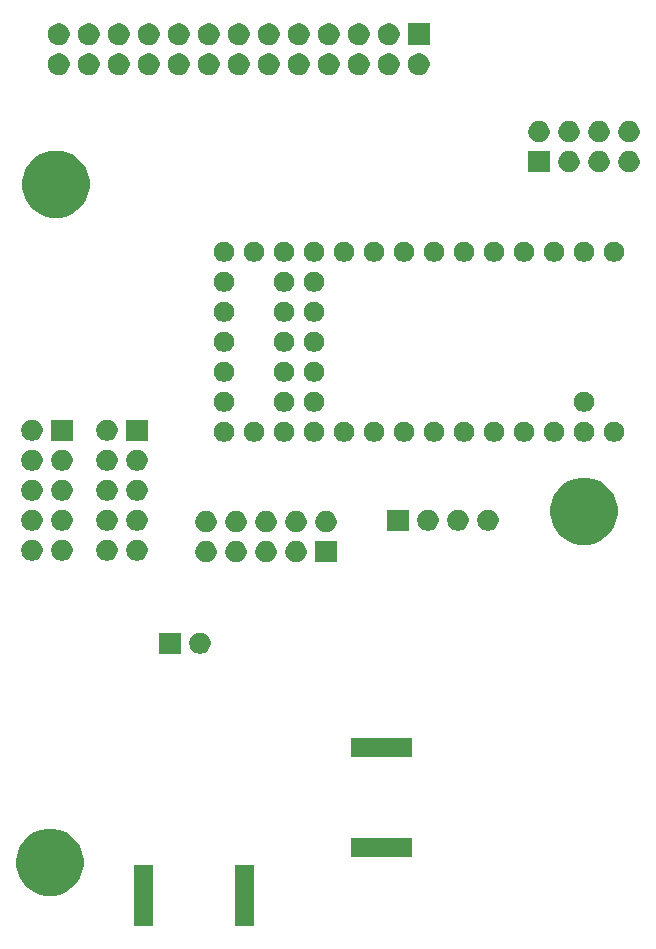
<source format=gbr>
G04 #@! TF.GenerationSoftware,KiCad,Pcbnew,(5.1.5)-3*
G04 #@! TF.CreationDate,2020-06-18T11:59:14-04:00*
G04 #@! TF.ProjectId,red_pitaya_shield,7265645f-7069-4746-9179-615f73686965,rev?*
G04 #@! TF.SameCoordinates,Original*
G04 #@! TF.FileFunction,Soldermask,Bot*
G04 #@! TF.FilePolarity,Negative*
%FSLAX46Y46*%
G04 Gerber Fmt 4.6, Leading zero omitted, Abs format (unit mm)*
G04 Created by KiCad (PCBNEW (5.1.5)-3) date 2020-06-18 11:59:14*
%MOMM*%
%LPD*%
G04 APERTURE LIST*
%ADD10C,0.100000*%
G04 APERTURE END LIST*
D10*
G36*
X210791000Y-127051000D02*
G01*
X209189000Y-127051000D01*
X209189000Y-121869000D01*
X210791000Y-121869000D01*
X210791000Y-127051000D01*
G37*
G36*
X202291000Y-127051000D02*
G01*
X200689000Y-127051000D01*
X200689000Y-121869000D01*
X202291000Y-121869000D01*
X202291000Y-127051000D01*
G37*
G36*
X194379606Y-118924562D02*
G01*
X194898455Y-119139476D01*
X195365407Y-119451484D01*
X195762516Y-119848593D01*
X196074524Y-120315545D01*
X196289438Y-120834394D01*
X196289438Y-120834395D01*
X196373301Y-121256000D01*
X196399000Y-121385201D01*
X196399000Y-121946799D01*
X196289438Y-122497606D01*
X196074524Y-123016455D01*
X195762516Y-123483407D01*
X195365407Y-123880516D01*
X194898455Y-124192524D01*
X194379606Y-124407438D01*
X193828800Y-124517000D01*
X193267200Y-124517000D01*
X192716394Y-124407438D01*
X192197545Y-124192524D01*
X191730593Y-123880516D01*
X191333484Y-123483407D01*
X191021476Y-123016455D01*
X190806562Y-122497606D01*
X190697000Y-121946799D01*
X190697000Y-121385201D01*
X190722700Y-121256000D01*
X190806562Y-120834395D01*
X190806562Y-120834394D01*
X191021476Y-120315545D01*
X191333484Y-119848593D01*
X191730593Y-119451484D01*
X192197545Y-119139476D01*
X192716394Y-118924562D01*
X193267200Y-118815000D01*
X193828800Y-118815000D01*
X194379606Y-118924562D01*
G37*
G36*
X224206000Y-121256000D02*
G01*
X219024000Y-121256000D01*
X219024000Y-119654000D01*
X224206000Y-119654000D01*
X224206000Y-121256000D01*
G37*
G36*
X224206000Y-112756000D02*
G01*
X219024000Y-112756000D01*
X219024000Y-111154000D01*
X224206000Y-111154000D01*
X224206000Y-112756000D01*
G37*
G36*
X206361512Y-102227927D02*
G01*
X206510812Y-102257624D01*
X206674784Y-102325544D01*
X206822354Y-102424147D01*
X206947853Y-102549646D01*
X207046456Y-102697216D01*
X207114376Y-102861188D01*
X207149000Y-103035259D01*
X207149000Y-103212741D01*
X207114376Y-103386812D01*
X207046456Y-103550784D01*
X206947853Y-103698354D01*
X206822354Y-103823853D01*
X206674784Y-103922456D01*
X206510812Y-103990376D01*
X206361512Y-104020073D01*
X206336742Y-104025000D01*
X206159258Y-104025000D01*
X206134488Y-104020073D01*
X205985188Y-103990376D01*
X205821216Y-103922456D01*
X205673646Y-103823853D01*
X205548147Y-103698354D01*
X205449544Y-103550784D01*
X205381624Y-103386812D01*
X205347000Y-103212741D01*
X205347000Y-103035259D01*
X205381624Y-102861188D01*
X205449544Y-102697216D01*
X205548147Y-102549646D01*
X205673646Y-102424147D01*
X205821216Y-102325544D01*
X205985188Y-102257624D01*
X206134488Y-102227927D01*
X206159258Y-102223000D01*
X206336742Y-102223000D01*
X206361512Y-102227927D01*
G37*
G36*
X204609000Y-104025000D02*
G01*
X202807000Y-104025000D01*
X202807000Y-102223000D01*
X204609000Y-102223000D01*
X204609000Y-104025000D01*
G37*
G36*
X214489512Y-94480927D02*
G01*
X214638812Y-94510624D01*
X214802784Y-94578544D01*
X214950354Y-94677147D01*
X215075853Y-94802646D01*
X215174456Y-94950216D01*
X215242376Y-95114188D01*
X215277000Y-95288259D01*
X215277000Y-95465741D01*
X215242376Y-95639812D01*
X215174456Y-95803784D01*
X215075853Y-95951354D01*
X214950354Y-96076853D01*
X214802784Y-96175456D01*
X214638812Y-96243376D01*
X214489512Y-96273073D01*
X214464742Y-96278000D01*
X214287258Y-96278000D01*
X214262488Y-96273073D01*
X214113188Y-96243376D01*
X213949216Y-96175456D01*
X213801646Y-96076853D01*
X213676147Y-95951354D01*
X213577544Y-95803784D01*
X213509624Y-95639812D01*
X213475000Y-95465741D01*
X213475000Y-95288259D01*
X213509624Y-95114188D01*
X213577544Y-94950216D01*
X213676147Y-94802646D01*
X213801646Y-94677147D01*
X213949216Y-94578544D01*
X214113188Y-94510624D01*
X214262488Y-94480927D01*
X214287258Y-94476000D01*
X214464742Y-94476000D01*
X214489512Y-94480927D01*
G37*
G36*
X217817000Y-96278000D02*
G01*
X216015000Y-96278000D01*
X216015000Y-94476000D01*
X217817000Y-94476000D01*
X217817000Y-96278000D01*
G37*
G36*
X211949512Y-94480927D02*
G01*
X212098812Y-94510624D01*
X212262784Y-94578544D01*
X212410354Y-94677147D01*
X212535853Y-94802646D01*
X212634456Y-94950216D01*
X212702376Y-95114188D01*
X212737000Y-95288259D01*
X212737000Y-95465741D01*
X212702376Y-95639812D01*
X212634456Y-95803784D01*
X212535853Y-95951354D01*
X212410354Y-96076853D01*
X212262784Y-96175456D01*
X212098812Y-96243376D01*
X211949512Y-96273073D01*
X211924742Y-96278000D01*
X211747258Y-96278000D01*
X211722488Y-96273073D01*
X211573188Y-96243376D01*
X211409216Y-96175456D01*
X211261646Y-96076853D01*
X211136147Y-95951354D01*
X211037544Y-95803784D01*
X210969624Y-95639812D01*
X210935000Y-95465741D01*
X210935000Y-95288259D01*
X210969624Y-95114188D01*
X211037544Y-94950216D01*
X211136147Y-94802646D01*
X211261646Y-94677147D01*
X211409216Y-94578544D01*
X211573188Y-94510624D01*
X211722488Y-94480927D01*
X211747258Y-94476000D01*
X211924742Y-94476000D01*
X211949512Y-94480927D01*
G37*
G36*
X209409512Y-94480927D02*
G01*
X209558812Y-94510624D01*
X209722784Y-94578544D01*
X209870354Y-94677147D01*
X209995853Y-94802646D01*
X210094456Y-94950216D01*
X210162376Y-95114188D01*
X210197000Y-95288259D01*
X210197000Y-95465741D01*
X210162376Y-95639812D01*
X210094456Y-95803784D01*
X209995853Y-95951354D01*
X209870354Y-96076853D01*
X209722784Y-96175456D01*
X209558812Y-96243376D01*
X209409512Y-96273073D01*
X209384742Y-96278000D01*
X209207258Y-96278000D01*
X209182488Y-96273073D01*
X209033188Y-96243376D01*
X208869216Y-96175456D01*
X208721646Y-96076853D01*
X208596147Y-95951354D01*
X208497544Y-95803784D01*
X208429624Y-95639812D01*
X208395000Y-95465741D01*
X208395000Y-95288259D01*
X208429624Y-95114188D01*
X208497544Y-94950216D01*
X208596147Y-94802646D01*
X208721646Y-94677147D01*
X208869216Y-94578544D01*
X209033188Y-94510624D01*
X209182488Y-94480927D01*
X209207258Y-94476000D01*
X209384742Y-94476000D01*
X209409512Y-94480927D01*
G37*
G36*
X206869512Y-94480927D02*
G01*
X207018812Y-94510624D01*
X207182784Y-94578544D01*
X207330354Y-94677147D01*
X207455853Y-94802646D01*
X207554456Y-94950216D01*
X207622376Y-95114188D01*
X207657000Y-95288259D01*
X207657000Y-95465741D01*
X207622376Y-95639812D01*
X207554456Y-95803784D01*
X207455853Y-95951354D01*
X207330354Y-96076853D01*
X207182784Y-96175456D01*
X207018812Y-96243376D01*
X206869512Y-96273073D01*
X206844742Y-96278000D01*
X206667258Y-96278000D01*
X206642488Y-96273073D01*
X206493188Y-96243376D01*
X206329216Y-96175456D01*
X206181646Y-96076853D01*
X206056147Y-95951354D01*
X205957544Y-95803784D01*
X205889624Y-95639812D01*
X205855000Y-95465741D01*
X205855000Y-95288259D01*
X205889624Y-95114188D01*
X205957544Y-94950216D01*
X206056147Y-94802646D01*
X206181646Y-94677147D01*
X206329216Y-94578544D01*
X206493188Y-94510624D01*
X206642488Y-94480927D01*
X206667258Y-94476000D01*
X206844742Y-94476000D01*
X206869512Y-94480927D01*
G37*
G36*
X198487512Y-94353927D02*
G01*
X198636812Y-94383624D01*
X198800784Y-94451544D01*
X198948354Y-94550147D01*
X199073853Y-94675646D01*
X199172456Y-94823216D01*
X199240376Y-94987188D01*
X199275000Y-95161259D01*
X199275000Y-95338741D01*
X199240376Y-95512812D01*
X199172456Y-95676784D01*
X199073853Y-95824354D01*
X198948354Y-95949853D01*
X198800784Y-96048456D01*
X198636812Y-96116376D01*
X198487512Y-96146073D01*
X198462742Y-96151000D01*
X198285258Y-96151000D01*
X198260488Y-96146073D01*
X198111188Y-96116376D01*
X197947216Y-96048456D01*
X197799646Y-95949853D01*
X197674147Y-95824354D01*
X197575544Y-95676784D01*
X197507624Y-95512812D01*
X197473000Y-95338741D01*
X197473000Y-95161259D01*
X197507624Y-94987188D01*
X197575544Y-94823216D01*
X197674147Y-94675646D01*
X197799646Y-94550147D01*
X197947216Y-94451544D01*
X198111188Y-94383624D01*
X198260488Y-94353927D01*
X198285258Y-94349000D01*
X198462742Y-94349000D01*
X198487512Y-94353927D01*
G37*
G36*
X192137512Y-94353927D02*
G01*
X192286812Y-94383624D01*
X192450784Y-94451544D01*
X192598354Y-94550147D01*
X192723853Y-94675646D01*
X192822456Y-94823216D01*
X192890376Y-94987188D01*
X192925000Y-95161259D01*
X192925000Y-95338741D01*
X192890376Y-95512812D01*
X192822456Y-95676784D01*
X192723853Y-95824354D01*
X192598354Y-95949853D01*
X192450784Y-96048456D01*
X192286812Y-96116376D01*
X192137512Y-96146073D01*
X192112742Y-96151000D01*
X191935258Y-96151000D01*
X191910488Y-96146073D01*
X191761188Y-96116376D01*
X191597216Y-96048456D01*
X191449646Y-95949853D01*
X191324147Y-95824354D01*
X191225544Y-95676784D01*
X191157624Y-95512812D01*
X191123000Y-95338741D01*
X191123000Y-95161259D01*
X191157624Y-94987188D01*
X191225544Y-94823216D01*
X191324147Y-94675646D01*
X191449646Y-94550147D01*
X191597216Y-94451544D01*
X191761188Y-94383624D01*
X191910488Y-94353927D01*
X191935258Y-94349000D01*
X192112742Y-94349000D01*
X192137512Y-94353927D01*
G37*
G36*
X194677512Y-94353927D02*
G01*
X194826812Y-94383624D01*
X194990784Y-94451544D01*
X195138354Y-94550147D01*
X195263853Y-94675646D01*
X195362456Y-94823216D01*
X195430376Y-94987188D01*
X195465000Y-95161259D01*
X195465000Y-95338741D01*
X195430376Y-95512812D01*
X195362456Y-95676784D01*
X195263853Y-95824354D01*
X195138354Y-95949853D01*
X194990784Y-96048456D01*
X194826812Y-96116376D01*
X194677512Y-96146073D01*
X194652742Y-96151000D01*
X194475258Y-96151000D01*
X194450488Y-96146073D01*
X194301188Y-96116376D01*
X194137216Y-96048456D01*
X193989646Y-95949853D01*
X193864147Y-95824354D01*
X193765544Y-95676784D01*
X193697624Y-95512812D01*
X193663000Y-95338741D01*
X193663000Y-95161259D01*
X193697624Y-94987188D01*
X193765544Y-94823216D01*
X193864147Y-94675646D01*
X193989646Y-94550147D01*
X194137216Y-94451544D01*
X194301188Y-94383624D01*
X194450488Y-94353927D01*
X194475258Y-94349000D01*
X194652742Y-94349000D01*
X194677512Y-94353927D01*
G37*
G36*
X201027512Y-94353927D02*
G01*
X201176812Y-94383624D01*
X201340784Y-94451544D01*
X201488354Y-94550147D01*
X201613853Y-94675646D01*
X201712456Y-94823216D01*
X201780376Y-94987188D01*
X201815000Y-95161259D01*
X201815000Y-95338741D01*
X201780376Y-95512812D01*
X201712456Y-95676784D01*
X201613853Y-95824354D01*
X201488354Y-95949853D01*
X201340784Y-96048456D01*
X201176812Y-96116376D01*
X201027512Y-96146073D01*
X201002742Y-96151000D01*
X200825258Y-96151000D01*
X200800488Y-96146073D01*
X200651188Y-96116376D01*
X200487216Y-96048456D01*
X200339646Y-95949853D01*
X200214147Y-95824354D01*
X200115544Y-95676784D01*
X200047624Y-95512812D01*
X200013000Y-95338741D01*
X200013000Y-95161259D01*
X200047624Y-94987188D01*
X200115544Y-94823216D01*
X200214147Y-94675646D01*
X200339646Y-94550147D01*
X200487216Y-94451544D01*
X200651188Y-94383624D01*
X200800488Y-94353927D01*
X200825258Y-94349000D01*
X201002742Y-94349000D01*
X201027512Y-94353927D01*
G37*
G36*
X239591606Y-89206562D02*
G01*
X240110455Y-89421476D01*
X240577407Y-89733484D01*
X240974516Y-90130593D01*
X241286524Y-90597545D01*
X241482635Y-91071000D01*
X241501438Y-91116395D01*
X241611000Y-91667200D01*
X241611000Y-92228800D01*
X241574914Y-92410216D01*
X241501438Y-92779606D01*
X241286524Y-93298455D01*
X240974516Y-93765407D01*
X240577407Y-94162516D01*
X240110455Y-94474524D01*
X239591606Y-94689438D01*
X239040800Y-94799000D01*
X238479200Y-94799000D01*
X237928394Y-94689438D01*
X237409545Y-94474524D01*
X236942593Y-94162516D01*
X236545484Y-93765407D01*
X236233476Y-93298455D01*
X236018562Y-92779606D01*
X235945086Y-92410216D01*
X235909000Y-92228800D01*
X235909000Y-91667200D01*
X236018562Y-91116395D01*
X236037365Y-91071000D01*
X236233476Y-90597545D01*
X236545484Y-90130593D01*
X236942593Y-89733484D01*
X237409545Y-89421476D01*
X237928394Y-89206562D01*
X238479200Y-89097000D01*
X239040800Y-89097000D01*
X239591606Y-89206562D01*
G37*
G36*
X217029512Y-91940927D02*
G01*
X217178812Y-91970624D01*
X217342784Y-92038544D01*
X217490354Y-92137147D01*
X217615853Y-92262646D01*
X217714456Y-92410216D01*
X217782376Y-92574188D01*
X217817000Y-92748259D01*
X217817000Y-92925741D01*
X217782376Y-93099812D01*
X217714456Y-93263784D01*
X217615853Y-93411354D01*
X217490354Y-93536853D01*
X217342784Y-93635456D01*
X217178812Y-93703376D01*
X217029512Y-93733073D01*
X217004742Y-93738000D01*
X216827258Y-93738000D01*
X216802488Y-93733073D01*
X216653188Y-93703376D01*
X216489216Y-93635456D01*
X216341646Y-93536853D01*
X216216147Y-93411354D01*
X216117544Y-93263784D01*
X216049624Y-93099812D01*
X216015000Y-92925741D01*
X216015000Y-92748259D01*
X216049624Y-92574188D01*
X216117544Y-92410216D01*
X216216147Y-92262646D01*
X216341646Y-92137147D01*
X216489216Y-92038544D01*
X216653188Y-91970624D01*
X216802488Y-91940927D01*
X216827258Y-91936000D01*
X217004742Y-91936000D01*
X217029512Y-91940927D01*
G37*
G36*
X206869512Y-91940927D02*
G01*
X207018812Y-91970624D01*
X207182784Y-92038544D01*
X207330354Y-92137147D01*
X207455853Y-92262646D01*
X207554456Y-92410216D01*
X207622376Y-92574188D01*
X207657000Y-92748259D01*
X207657000Y-92925741D01*
X207622376Y-93099812D01*
X207554456Y-93263784D01*
X207455853Y-93411354D01*
X207330354Y-93536853D01*
X207182784Y-93635456D01*
X207018812Y-93703376D01*
X206869512Y-93733073D01*
X206844742Y-93738000D01*
X206667258Y-93738000D01*
X206642488Y-93733073D01*
X206493188Y-93703376D01*
X206329216Y-93635456D01*
X206181646Y-93536853D01*
X206056147Y-93411354D01*
X205957544Y-93263784D01*
X205889624Y-93099812D01*
X205855000Y-92925741D01*
X205855000Y-92748259D01*
X205889624Y-92574188D01*
X205957544Y-92410216D01*
X206056147Y-92262646D01*
X206181646Y-92137147D01*
X206329216Y-92038544D01*
X206493188Y-91970624D01*
X206642488Y-91940927D01*
X206667258Y-91936000D01*
X206844742Y-91936000D01*
X206869512Y-91940927D01*
G37*
G36*
X214489512Y-91940927D02*
G01*
X214638812Y-91970624D01*
X214802784Y-92038544D01*
X214950354Y-92137147D01*
X215075853Y-92262646D01*
X215174456Y-92410216D01*
X215242376Y-92574188D01*
X215277000Y-92748259D01*
X215277000Y-92925741D01*
X215242376Y-93099812D01*
X215174456Y-93263784D01*
X215075853Y-93411354D01*
X214950354Y-93536853D01*
X214802784Y-93635456D01*
X214638812Y-93703376D01*
X214489512Y-93733073D01*
X214464742Y-93738000D01*
X214287258Y-93738000D01*
X214262488Y-93733073D01*
X214113188Y-93703376D01*
X213949216Y-93635456D01*
X213801646Y-93536853D01*
X213676147Y-93411354D01*
X213577544Y-93263784D01*
X213509624Y-93099812D01*
X213475000Y-92925741D01*
X213475000Y-92748259D01*
X213509624Y-92574188D01*
X213577544Y-92410216D01*
X213676147Y-92262646D01*
X213801646Y-92137147D01*
X213949216Y-92038544D01*
X214113188Y-91970624D01*
X214262488Y-91940927D01*
X214287258Y-91936000D01*
X214464742Y-91936000D01*
X214489512Y-91940927D01*
G37*
G36*
X211949512Y-91940927D02*
G01*
X212098812Y-91970624D01*
X212262784Y-92038544D01*
X212410354Y-92137147D01*
X212535853Y-92262646D01*
X212634456Y-92410216D01*
X212702376Y-92574188D01*
X212737000Y-92748259D01*
X212737000Y-92925741D01*
X212702376Y-93099812D01*
X212634456Y-93263784D01*
X212535853Y-93411354D01*
X212410354Y-93536853D01*
X212262784Y-93635456D01*
X212098812Y-93703376D01*
X211949512Y-93733073D01*
X211924742Y-93738000D01*
X211747258Y-93738000D01*
X211722488Y-93733073D01*
X211573188Y-93703376D01*
X211409216Y-93635456D01*
X211261646Y-93536853D01*
X211136147Y-93411354D01*
X211037544Y-93263784D01*
X210969624Y-93099812D01*
X210935000Y-92925741D01*
X210935000Y-92748259D01*
X210969624Y-92574188D01*
X211037544Y-92410216D01*
X211136147Y-92262646D01*
X211261646Y-92137147D01*
X211409216Y-92038544D01*
X211573188Y-91970624D01*
X211722488Y-91940927D01*
X211747258Y-91936000D01*
X211924742Y-91936000D01*
X211949512Y-91940927D01*
G37*
G36*
X209409512Y-91940927D02*
G01*
X209558812Y-91970624D01*
X209722784Y-92038544D01*
X209870354Y-92137147D01*
X209995853Y-92262646D01*
X210094456Y-92410216D01*
X210162376Y-92574188D01*
X210197000Y-92748259D01*
X210197000Y-92925741D01*
X210162376Y-93099812D01*
X210094456Y-93263784D01*
X209995853Y-93411354D01*
X209870354Y-93536853D01*
X209722784Y-93635456D01*
X209558812Y-93703376D01*
X209409512Y-93733073D01*
X209384742Y-93738000D01*
X209207258Y-93738000D01*
X209182488Y-93733073D01*
X209033188Y-93703376D01*
X208869216Y-93635456D01*
X208721646Y-93536853D01*
X208596147Y-93411354D01*
X208497544Y-93263784D01*
X208429624Y-93099812D01*
X208395000Y-92925741D01*
X208395000Y-92748259D01*
X208429624Y-92574188D01*
X208497544Y-92410216D01*
X208596147Y-92262646D01*
X208721646Y-92137147D01*
X208869216Y-92038544D01*
X209033188Y-91970624D01*
X209182488Y-91940927D01*
X209207258Y-91936000D01*
X209384742Y-91936000D01*
X209409512Y-91940927D01*
G37*
G36*
X201027512Y-91813927D02*
G01*
X201176812Y-91843624D01*
X201340784Y-91911544D01*
X201488354Y-92010147D01*
X201613853Y-92135646D01*
X201712456Y-92283216D01*
X201780376Y-92447188D01*
X201815000Y-92621259D01*
X201815000Y-92798741D01*
X201780376Y-92972812D01*
X201712456Y-93136784D01*
X201613853Y-93284354D01*
X201488354Y-93409853D01*
X201340784Y-93508456D01*
X201176812Y-93576376D01*
X201027512Y-93606073D01*
X201002742Y-93611000D01*
X200825258Y-93611000D01*
X200800488Y-93606073D01*
X200651188Y-93576376D01*
X200487216Y-93508456D01*
X200339646Y-93409853D01*
X200214147Y-93284354D01*
X200115544Y-93136784D01*
X200047624Y-92972812D01*
X200013000Y-92798741D01*
X200013000Y-92621259D01*
X200047624Y-92447188D01*
X200115544Y-92283216D01*
X200214147Y-92135646D01*
X200339646Y-92010147D01*
X200487216Y-91911544D01*
X200651188Y-91843624D01*
X200800488Y-91813927D01*
X200825258Y-91809000D01*
X201002742Y-91809000D01*
X201027512Y-91813927D01*
G37*
G36*
X194677512Y-91813927D02*
G01*
X194826812Y-91843624D01*
X194990784Y-91911544D01*
X195138354Y-92010147D01*
X195263853Y-92135646D01*
X195362456Y-92283216D01*
X195430376Y-92447188D01*
X195465000Y-92621259D01*
X195465000Y-92798741D01*
X195430376Y-92972812D01*
X195362456Y-93136784D01*
X195263853Y-93284354D01*
X195138354Y-93409853D01*
X194990784Y-93508456D01*
X194826812Y-93576376D01*
X194677512Y-93606073D01*
X194652742Y-93611000D01*
X194475258Y-93611000D01*
X194450488Y-93606073D01*
X194301188Y-93576376D01*
X194137216Y-93508456D01*
X193989646Y-93409853D01*
X193864147Y-93284354D01*
X193765544Y-93136784D01*
X193697624Y-92972812D01*
X193663000Y-92798741D01*
X193663000Y-92621259D01*
X193697624Y-92447188D01*
X193765544Y-92283216D01*
X193864147Y-92135646D01*
X193989646Y-92010147D01*
X194137216Y-91911544D01*
X194301188Y-91843624D01*
X194450488Y-91813927D01*
X194475258Y-91809000D01*
X194652742Y-91809000D01*
X194677512Y-91813927D01*
G37*
G36*
X192137512Y-91813927D02*
G01*
X192286812Y-91843624D01*
X192450784Y-91911544D01*
X192598354Y-92010147D01*
X192723853Y-92135646D01*
X192822456Y-92283216D01*
X192890376Y-92447188D01*
X192925000Y-92621259D01*
X192925000Y-92798741D01*
X192890376Y-92972812D01*
X192822456Y-93136784D01*
X192723853Y-93284354D01*
X192598354Y-93409853D01*
X192450784Y-93508456D01*
X192286812Y-93576376D01*
X192137512Y-93606073D01*
X192112742Y-93611000D01*
X191935258Y-93611000D01*
X191910488Y-93606073D01*
X191761188Y-93576376D01*
X191597216Y-93508456D01*
X191449646Y-93409853D01*
X191324147Y-93284354D01*
X191225544Y-93136784D01*
X191157624Y-92972812D01*
X191123000Y-92798741D01*
X191123000Y-92621259D01*
X191157624Y-92447188D01*
X191225544Y-92283216D01*
X191324147Y-92135646D01*
X191449646Y-92010147D01*
X191597216Y-91911544D01*
X191761188Y-91843624D01*
X191910488Y-91813927D01*
X191935258Y-91809000D01*
X192112742Y-91809000D01*
X192137512Y-91813927D01*
G37*
G36*
X198487512Y-91813927D02*
G01*
X198636812Y-91843624D01*
X198800784Y-91911544D01*
X198948354Y-92010147D01*
X199073853Y-92135646D01*
X199172456Y-92283216D01*
X199240376Y-92447188D01*
X199275000Y-92621259D01*
X199275000Y-92798741D01*
X199240376Y-92972812D01*
X199172456Y-93136784D01*
X199073853Y-93284354D01*
X198948354Y-93409853D01*
X198800784Y-93508456D01*
X198636812Y-93576376D01*
X198487512Y-93606073D01*
X198462742Y-93611000D01*
X198285258Y-93611000D01*
X198260488Y-93606073D01*
X198111188Y-93576376D01*
X197947216Y-93508456D01*
X197799646Y-93409853D01*
X197674147Y-93284354D01*
X197575544Y-93136784D01*
X197507624Y-92972812D01*
X197473000Y-92798741D01*
X197473000Y-92621259D01*
X197507624Y-92447188D01*
X197575544Y-92283216D01*
X197674147Y-92135646D01*
X197799646Y-92010147D01*
X197947216Y-91911544D01*
X198111188Y-91843624D01*
X198260488Y-91813927D01*
X198285258Y-91809000D01*
X198462742Y-91809000D01*
X198487512Y-91813927D01*
G37*
G36*
X223913000Y-93611000D02*
G01*
X222111000Y-93611000D01*
X222111000Y-91809000D01*
X223913000Y-91809000D01*
X223913000Y-93611000D01*
G37*
G36*
X230745512Y-91813927D02*
G01*
X230894812Y-91843624D01*
X231058784Y-91911544D01*
X231206354Y-92010147D01*
X231331853Y-92135646D01*
X231430456Y-92283216D01*
X231498376Y-92447188D01*
X231533000Y-92621259D01*
X231533000Y-92798741D01*
X231498376Y-92972812D01*
X231430456Y-93136784D01*
X231331853Y-93284354D01*
X231206354Y-93409853D01*
X231058784Y-93508456D01*
X230894812Y-93576376D01*
X230745512Y-93606073D01*
X230720742Y-93611000D01*
X230543258Y-93611000D01*
X230518488Y-93606073D01*
X230369188Y-93576376D01*
X230205216Y-93508456D01*
X230057646Y-93409853D01*
X229932147Y-93284354D01*
X229833544Y-93136784D01*
X229765624Y-92972812D01*
X229731000Y-92798741D01*
X229731000Y-92621259D01*
X229765624Y-92447188D01*
X229833544Y-92283216D01*
X229932147Y-92135646D01*
X230057646Y-92010147D01*
X230205216Y-91911544D01*
X230369188Y-91843624D01*
X230518488Y-91813927D01*
X230543258Y-91809000D01*
X230720742Y-91809000D01*
X230745512Y-91813927D01*
G37*
G36*
X228205512Y-91813927D02*
G01*
X228354812Y-91843624D01*
X228518784Y-91911544D01*
X228666354Y-92010147D01*
X228791853Y-92135646D01*
X228890456Y-92283216D01*
X228958376Y-92447188D01*
X228993000Y-92621259D01*
X228993000Y-92798741D01*
X228958376Y-92972812D01*
X228890456Y-93136784D01*
X228791853Y-93284354D01*
X228666354Y-93409853D01*
X228518784Y-93508456D01*
X228354812Y-93576376D01*
X228205512Y-93606073D01*
X228180742Y-93611000D01*
X228003258Y-93611000D01*
X227978488Y-93606073D01*
X227829188Y-93576376D01*
X227665216Y-93508456D01*
X227517646Y-93409853D01*
X227392147Y-93284354D01*
X227293544Y-93136784D01*
X227225624Y-92972812D01*
X227191000Y-92798741D01*
X227191000Y-92621259D01*
X227225624Y-92447188D01*
X227293544Y-92283216D01*
X227392147Y-92135646D01*
X227517646Y-92010147D01*
X227665216Y-91911544D01*
X227829188Y-91843624D01*
X227978488Y-91813927D01*
X228003258Y-91809000D01*
X228180742Y-91809000D01*
X228205512Y-91813927D01*
G37*
G36*
X225665512Y-91813927D02*
G01*
X225814812Y-91843624D01*
X225978784Y-91911544D01*
X226126354Y-92010147D01*
X226251853Y-92135646D01*
X226350456Y-92283216D01*
X226418376Y-92447188D01*
X226453000Y-92621259D01*
X226453000Y-92798741D01*
X226418376Y-92972812D01*
X226350456Y-93136784D01*
X226251853Y-93284354D01*
X226126354Y-93409853D01*
X225978784Y-93508456D01*
X225814812Y-93576376D01*
X225665512Y-93606073D01*
X225640742Y-93611000D01*
X225463258Y-93611000D01*
X225438488Y-93606073D01*
X225289188Y-93576376D01*
X225125216Y-93508456D01*
X224977646Y-93409853D01*
X224852147Y-93284354D01*
X224753544Y-93136784D01*
X224685624Y-92972812D01*
X224651000Y-92798741D01*
X224651000Y-92621259D01*
X224685624Y-92447188D01*
X224753544Y-92283216D01*
X224852147Y-92135646D01*
X224977646Y-92010147D01*
X225125216Y-91911544D01*
X225289188Y-91843624D01*
X225438488Y-91813927D01*
X225463258Y-91809000D01*
X225640742Y-91809000D01*
X225665512Y-91813927D01*
G37*
G36*
X201027512Y-89273927D02*
G01*
X201176812Y-89303624D01*
X201340784Y-89371544D01*
X201488354Y-89470147D01*
X201613853Y-89595646D01*
X201712456Y-89743216D01*
X201780376Y-89907188D01*
X201815000Y-90081259D01*
X201815000Y-90258741D01*
X201780376Y-90432812D01*
X201712456Y-90596784D01*
X201613853Y-90744354D01*
X201488354Y-90869853D01*
X201340784Y-90968456D01*
X201176812Y-91036376D01*
X201027512Y-91066073D01*
X201002742Y-91071000D01*
X200825258Y-91071000D01*
X200800488Y-91066073D01*
X200651188Y-91036376D01*
X200487216Y-90968456D01*
X200339646Y-90869853D01*
X200214147Y-90744354D01*
X200115544Y-90596784D01*
X200047624Y-90432812D01*
X200013000Y-90258741D01*
X200013000Y-90081259D01*
X200047624Y-89907188D01*
X200115544Y-89743216D01*
X200214147Y-89595646D01*
X200339646Y-89470147D01*
X200487216Y-89371544D01*
X200651188Y-89303624D01*
X200800488Y-89273927D01*
X200825258Y-89269000D01*
X201002742Y-89269000D01*
X201027512Y-89273927D01*
G37*
G36*
X192137512Y-89273927D02*
G01*
X192286812Y-89303624D01*
X192450784Y-89371544D01*
X192598354Y-89470147D01*
X192723853Y-89595646D01*
X192822456Y-89743216D01*
X192890376Y-89907188D01*
X192925000Y-90081259D01*
X192925000Y-90258741D01*
X192890376Y-90432812D01*
X192822456Y-90596784D01*
X192723853Y-90744354D01*
X192598354Y-90869853D01*
X192450784Y-90968456D01*
X192286812Y-91036376D01*
X192137512Y-91066073D01*
X192112742Y-91071000D01*
X191935258Y-91071000D01*
X191910488Y-91066073D01*
X191761188Y-91036376D01*
X191597216Y-90968456D01*
X191449646Y-90869853D01*
X191324147Y-90744354D01*
X191225544Y-90596784D01*
X191157624Y-90432812D01*
X191123000Y-90258741D01*
X191123000Y-90081259D01*
X191157624Y-89907188D01*
X191225544Y-89743216D01*
X191324147Y-89595646D01*
X191449646Y-89470147D01*
X191597216Y-89371544D01*
X191761188Y-89303624D01*
X191910488Y-89273927D01*
X191935258Y-89269000D01*
X192112742Y-89269000D01*
X192137512Y-89273927D01*
G37*
G36*
X194677512Y-89273927D02*
G01*
X194826812Y-89303624D01*
X194990784Y-89371544D01*
X195138354Y-89470147D01*
X195263853Y-89595646D01*
X195362456Y-89743216D01*
X195430376Y-89907188D01*
X195465000Y-90081259D01*
X195465000Y-90258741D01*
X195430376Y-90432812D01*
X195362456Y-90596784D01*
X195263853Y-90744354D01*
X195138354Y-90869853D01*
X194990784Y-90968456D01*
X194826812Y-91036376D01*
X194677512Y-91066073D01*
X194652742Y-91071000D01*
X194475258Y-91071000D01*
X194450488Y-91066073D01*
X194301188Y-91036376D01*
X194137216Y-90968456D01*
X193989646Y-90869853D01*
X193864147Y-90744354D01*
X193765544Y-90596784D01*
X193697624Y-90432812D01*
X193663000Y-90258741D01*
X193663000Y-90081259D01*
X193697624Y-89907188D01*
X193765544Y-89743216D01*
X193864147Y-89595646D01*
X193989646Y-89470147D01*
X194137216Y-89371544D01*
X194301188Y-89303624D01*
X194450488Y-89273927D01*
X194475258Y-89269000D01*
X194652742Y-89269000D01*
X194677512Y-89273927D01*
G37*
G36*
X198487512Y-89273927D02*
G01*
X198636812Y-89303624D01*
X198800784Y-89371544D01*
X198948354Y-89470147D01*
X199073853Y-89595646D01*
X199172456Y-89743216D01*
X199240376Y-89907188D01*
X199275000Y-90081259D01*
X199275000Y-90258741D01*
X199240376Y-90432812D01*
X199172456Y-90596784D01*
X199073853Y-90744354D01*
X198948354Y-90869853D01*
X198800784Y-90968456D01*
X198636812Y-91036376D01*
X198487512Y-91066073D01*
X198462742Y-91071000D01*
X198285258Y-91071000D01*
X198260488Y-91066073D01*
X198111188Y-91036376D01*
X197947216Y-90968456D01*
X197799646Y-90869853D01*
X197674147Y-90744354D01*
X197575544Y-90596784D01*
X197507624Y-90432812D01*
X197473000Y-90258741D01*
X197473000Y-90081259D01*
X197507624Y-89907188D01*
X197575544Y-89743216D01*
X197674147Y-89595646D01*
X197799646Y-89470147D01*
X197947216Y-89371544D01*
X198111188Y-89303624D01*
X198260488Y-89273927D01*
X198285258Y-89269000D01*
X198462742Y-89269000D01*
X198487512Y-89273927D01*
G37*
G36*
X194677512Y-86733927D02*
G01*
X194826812Y-86763624D01*
X194990784Y-86831544D01*
X195138354Y-86930147D01*
X195263853Y-87055646D01*
X195362456Y-87203216D01*
X195430376Y-87367188D01*
X195465000Y-87541259D01*
X195465000Y-87718741D01*
X195430376Y-87892812D01*
X195362456Y-88056784D01*
X195263853Y-88204354D01*
X195138354Y-88329853D01*
X194990784Y-88428456D01*
X194826812Y-88496376D01*
X194677512Y-88526073D01*
X194652742Y-88531000D01*
X194475258Y-88531000D01*
X194450488Y-88526073D01*
X194301188Y-88496376D01*
X194137216Y-88428456D01*
X193989646Y-88329853D01*
X193864147Y-88204354D01*
X193765544Y-88056784D01*
X193697624Y-87892812D01*
X193663000Y-87718741D01*
X193663000Y-87541259D01*
X193697624Y-87367188D01*
X193765544Y-87203216D01*
X193864147Y-87055646D01*
X193989646Y-86930147D01*
X194137216Y-86831544D01*
X194301188Y-86763624D01*
X194450488Y-86733927D01*
X194475258Y-86729000D01*
X194652742Y-86729000D01*
X194677512Y-86733927D01*
G37*
G36*
X192137512Y-86733927D02*
G01*
X192286812Y-86763624D01*
X192450784Y-86831544D01*
X192598354Y-86930147D01*
X192723853Y-87055646D01*
X192822456Y-87203216D01*
X192890376Y-87367188D01*
X192925000Y-87541259D01*
X192925000Y-87718741D01*
X192890376Y-87892812D01*
X192822456Y-88056784D01*
X192723853Y-88204354D01*
X192598354Y-88329853D01*
X192450784Y-88428456D01*
X192286812Y-88496376D01*
X192137512Y-88526073D01*
X192112742Y-88531000D01*
X191935258Y-88531000D01*
X191910488Y-88526073D01*
X191761188Y-88496376D01*
X191597216Y-88428456D01*
X191449646Y-88329853D01*
X191324147Y-88204354D01*
X191225544Y-88056784D01*
X191157624Y-87892812D01*
X191123000Y-87718741D01*
X191123000Y-87541259D01*
X191157624Y-87367188D01*
X191225544Y-87203216D01*
X191324147Y-87055646D01*
X191449646Y-86930147D01*
X191597216Y-86831544D01*
X191761188Y-86763624D01*
X191910488Y-86733927D01*
X191935258Y-86729000D01*
X192112742Y-86729000D01*
X192137512Y-86733927D01*
G37*
G36*
X198487512Y-86733927D02*
G01*
X198636812Y-86763624D01*
X198800784Y-86831544D01*
X198948354Y-86930147D01*
X199073853Y-87055646D01*
X199172456Y-87203216D01*
X199240376Y-87367188D01*
X199275000Y-87541259D01*
X199275000Y-87718741D01*
X199240376Y-87892812D01*
X199172456Y-88056784D01*
X199073853Y-88204354D01*
X198948354Y-88329853D01*
X198800784Y-88428456D01*
X198636812Y-88496376D01*
X198487512Y-88526073D01*
X198462742Y-88531000D01*
X198285258Y-88531000D01*
X198260488Y-88526073D01*
X198111188Y-88496376D01*
X197947216Y-88428456D01*
X197799646Y-88329853D01*
X197674147Y-88204354D01*
X197575544Y-88056784D01*
X197507624Y-87892812D01*
X197473000Y-87718741D01*
X197473000Y-87541259D01*
X197507624Y-87367188D01*
X197575544Y-87203216D01*
X197674147Y-87055646D01*
X197799646Y-86930147D01*
X197947216Y-86831544D01*
X198111188Y-86763624D01*
X198260488Y-86733927D01*
X198285258Y-86729000D01*
X198462742Y-86729000D01*
X198487512Y-86733927D01*
G37*
G36*
X201027512Y-86733927D02*
G01*
X201176812Y-86763624D01*
X201340784Y-86831544D01*
X201488354Y-86930147D01*
X201613853Y-87055646D01*
X201712456Y-87203216D01*
X201780376Y-87367188D01*
X201815000Y-87541259D01*
X201815000Y-87718741D01*
X201780376Y-87892812D01*
X201712456Y-88056784D01*
X201613853Y-88204354D01*
X201488354Y-88329853D01*
X201340784Y-88428456D01*
X201176812Y-88496376D01*
X201027512Y-88526073D01*
X201002742Y-88531000D01*
X200825258Y-88531000D01*
X200800488Y-88526073D01*
X200651188Y-88496376D01*
X200487216Y-88428456D01*
X200339646Y-88329853D01*
X200214147Y-88204354D01*
X200115544Y-88056784D01*
X200047624Y-87892812D01*
X200013000Y-87718741D01*
X200013000Y-87541259D01*
X200047624Y-87367188D01*
X200115544Y-87203216D01*
X200214147Y-87055646D01*
X200339646Y-86930147D01*
X200487216Y-86831544D01*
X200651188Y-86763624D01*
X200800488Y-86733927D01*
X200825258Y-86729000D01*
X201002742Y-86729000D01*
X201027512Y-86733927D01*
G37*
G36*
X216148228Y-84398703D02*
G01*
X216303100Y-84462853D01*
X216442481Y-84555985D01*
X216561015Y-84674519D01*
X216654147Y-84813900D01*
X216718297Y-84968772D01*
X216751000Y-85133184D01*
X216751000Y-85300816D01*
X216718297Y-85465228D01*
X216654147Y-85620100D01*
X216561015Y-85759481D01*
X216442481Y-85878015D01*
X216303100Y-85971147D01*
X216148228Y-86035297D01*
X215983816Y-86068000D01*
X215816184Y-86068000D01*
X215651772Y-86035297D01*
X215496900Y-85971147D01*
X215357519Y-85878015D01*
X215238985Y-85759481D01*
X215145853Y-85620100D01*
X215081703Y-85465228D01*
X215049000Y-85300816D01*
X215049000Y-85133184D01*
X215081703Y-84968772D01*
X215145853Y-84813900D01*
X215238985Y-84674519D01*
X215357519Y-84555985D01*
X215496900Y-84462853D01*
X215651772Y-84398703D01*
X215816184Y-84366000D01*
X215983816Y-84366000D01*
X216148228Y-84398703D01*
G37*
G36*
X228848228Y-84398703D02*
G01*
X229003100Y-84462853D01*
X229142481Y-84555985D01*
X229261015Y-84674519D01*
X229354147Y-84813900D01*
X229418297Y-84968772D01*
X229451000Y-85133184D01*
X229451000Y-85300816D01*
X229418297Y-85465228D01*
X229354147Y-85620100D01*
X229261015Y-85759481D01*
X229142481Y-85878015D01*
X229003100Y-85971147D01*
X228848228Y-86035297D01*
X228683816Y-86068000D01*
X228516184Y-86068000D01*
X228351772Y-86035297D01*
X228196900Y-85971147D01*
X228057519Y-85878015D01*
X227938985Y-85759481D01*
X227845853Y-85620100D01*
X227781703Y-85465228D01*
X227749000Y-85300816D01*
X227749000Y-85133184D01*
X227781703Y-84968772D01*
X227845853Y-84813900D01*
X227938985Y-84674519D01*
X228057519Y-84555985D01*
X228196900Y-84462853D01*
X228351772Y-84398703D01*
X228516184Y-84366000D01*
X228683816Y-84366000D01*
X228848228Y-84398703D01*
G37*
G36*
X226308228Y-84398703D02*
G01*
X226463100Y-84462853D01*
X226602481Y-84555985D01*
X226721015Y-84674519D01*
X226814147Y-84813900D01*
X226878297Y-84968772D01*
X226911000Y-85133184D01*
X226911000Y-85300816D01*
X226878297Y-85465228D01*
X226814147Y-85620100D01*
X226721015Y-85759481D01*
X226602481Y-85878015D01*
X226463100Y-85971147D01*
X226308228Y-86035297D01*
X226143816Y-86068000D01*
X225976184Y-86068000D01*
X225811772Y-86035297D01*
X225656900Y-85971147D01*
X225517519Y-85878015D01*
X225398985Y-85759481D01*
X225305853Y-85620100D01*
X225241703Y-85465228D01*
X225209000Y-85300816D01*
X225209000Y-85133184D01*
X225241703Y-84968772D01*
X225305853Y-84813900D01*
X225398985Y-84674519D01*
X225517519Y-84555985D01*
X225656900Y-84462853D01*
X225811772Y-84398703D01*
X225976184Y-84366000D01*
X226143816Y-84366000D01*
X226308228Y-84398703D01*
G37*
G36*
X223768228Y-84398703D02*
G01*
X223923100Y-84462853D01*
X224062481Y-84555985D01*
X224181015Y-84674519D01*
X224274147Y-84813900D01*
X224338297Y-84968772D01*
X224371000Y-85133184D01*
X224371000Y-85300816D01*
X224338297Y-85465228D01*
X224274147Y-85620100D01*
X224181015Y-85759481D01*
X224062481Y-85878015D01*
X223923100Y-85971147D01*
X223768228Y-86035297D01*
X223603816Y-86068000D01*
X223436184Y-86068000D01*
X223271772Y-86035297D01*
X223116900Y-85971147D01*
X222977519Y-85878015D01*
X222858985Y-85759481D01*
X222765853Y-85620100D01*
X222701703Y-85465228D01*
X222669000Y-85300816D01*
X222669000Y-85133184D01*
X222701703Y-84968772D01*
X222765853Y-84813900D01*
X222858985Y-84674519D01*
X222977519Y-84555985D01*
X223116900Y-84462853D01*
X223271772Y-84398703D01*
X223436184Y-84366000D01*
X223603816Y-84366000D01*
X223768228Y-84398703D01*
G37*
G36*
X221228228Y-84398703D02*
G01*
X221383100Y-84462853D01*
X221522481Y-84555985D01*
X221641015Y-84674519D01*
X221734147Y-84813900D01*
X221798297Y-84968772D01*
X221831000Y-85133184D01*
X221831000Y-85300816D01*
X221798297Y-85465228D01*
X221734147Y-85620100D01*
X221641015Y-85759481D01*
X221522481Y-85878015D01*
X221383100Y-85971147D01*
X221228228Y-86035297D01*
X221063816Y-86068000D01*
X220896184Y-86068000D01*
X220731772Y-86035297D01*
X220576900Y-85971147D01*
X220437519Y-85878015D01*
X220318985Y-85759481D01*
X220225853Y-85620100D01*
X220161703Y-85465228D01*
X220129000Y-85300816D01*
X220129000Y-85133184D01*
X220161703Y-84968772D01*
X220225853Y-84813900D01*
X220318985Y-84674519D01*
X220437519Y-84555985D01*
X220576900Y-84462853D01*
X220731772Y-84398703D01*
X220896184Y-84366000D01*
X221063816Y-84366000D01*
X221228228Y-84398703D01*
G37*
G36*
X213608228Y-84398703D02*
G01*
X213763100Y-84462853D01*
X213902481Y-84555985D01*
X214021015Y-84674519D01*
X214114147Y-84813900D01*
X214178297Y-84968772D01*
X214211000Y-85133184D01*
X214211000Y-85300816D01*
X214178297Y-85465228D01*
X214114147Y-85620100D01*
X214021015Y-85759481D01*
X213902481Y-85878015D01*
X213763100Y-85971147D01*
X213608228Y-86035297D01*
X213443816Y-86068000D01*
X213276184Y-86068000D01*
X213111772Y-86035297D01*
X212956900Y-85971147D01*
X212817519Y-85878015D01*
X212698985Y-85759481D01*
X212605853Y-85620100D01*
X212541703Y-85465228D01*
X212509000Y-85300816D01*
X212509000Y-85133184D01*
X212541703Y-84968772D01*
X212605853Y-84813900D01*
X212698985Y-84674519D01*
X212817519Y-84555985D01*
X212956900Y-84462853D01*
X213111772Y-84398703D01*
X213276184Y-84366000D01*
X213443816Y-84366000D01*
X213608228Y-84398703D01*
G37*
G36*
X211068228Y-84398703D02*
G01*
X211223100Y-84462853D01*
X211362481Y-84555985D01*
X211481015Y-84674519D01*
X211574147Y-84813900D01*
X211638297Y-84968772D01*
X211671000Y-85133184D01*
X211671000Y-85300816D01*
X211638297Y-85465228D01*
X211574147Y-85620100D01*
X211481015Y-85759481D01*
X211362481Y-85878015D01*
X211223100Y-85971147D01*
X211068228Y-86035297D01*
X210903816Y-86068000D01*
X210736184Y-86068000D01*
X210571772Y-86035297D01*
X210416900Y-85971147D01*
X210277519Y-85878015D01*
X210158985Y-85759481D01*
X210065853Y-85620100D01*
X210001703Y-85465228D01*
X209969000Y-85300816D01*
X209969000Y-85133184D01*
X210001703Y-84968772D01*
X210065853Y-84813900D01*
X210158985Y-84674519D01*
X210277519Y-84555985D01*
X210416900Y-84462853D01*
X210571772Y-84398703D01*
X210736184Y-84366000D01*
X210903816Y-84366000D01*
X211068228Y-84398703D01*
G37*
G36*
X208528228Y-84398703D02*
G01*
X208683100Y-84462853D01*
X208822481Y-84555985D01*
X208941015Y-84674519D01*
X209034147Y-84813900D01*
X209098297Y-84968772D01*
X209131000Y-85133184D01*
X209131000Y-85300816D01*
X209098297Y-85465228D01*
X209034147Y-85620100D01*
X208941015Y-85759481D01*
X208822481Y-85878015D01*
X208683100Y-85971147D01*
X208528228Y-86035297D01*
X208363816Y-86068000D01*
X208196184Y-86068000D01*
X208031772Y-86035297D01*
X207876900Y-85971147D01*
X207737519Y-85878015D01*
X207618985Y-85759481D01*
X207525853Y-85620100D01*
X207461703Y-85465228D01*
X207429000Y-85300816D01*
X207429000Y-85133184D01*
X207461703Y-84968772D01*
X207525853Y-84813900D01*
X207618985Y-84674519D01*
X207737519Y-84555985D01*
X207876900Y-84462853D01*
X208031772Y-84398703D01*
X208196184Y-84366000D01*
X208363816Y-84366000D01*
X208528228Y-84398703D01*
G37*
G36*
X241548228Y-84398703D02*
G01*
X241703100Y-84462853D01*
X241842481Y-84555985D01*
X241961015Y-84674519D01*
X242054147Y-84813900D01*
X242118297Y-84968772D01*
X242151000Y-85133184D01*
X242151000Y-85300816D01*
X242118297Y-85465228D01*
X242054147Y-85620100D01*
X241961015Y-85759481D01*
X241842481Y-85878015D01*
X241703100Y-85971147D01*
X241548228Y-86035297D01*
X241383816Y-86068000D01*
X241216184Y-86068000D01*
X241051772Y-86035297D01*
X240896900Y-85971147D01*
X240757519Y-85878015D01*
X240638985Y-85759481D01*
X240545853Y-85620100D01*
X240481703Y-85465228D01*
X240449000Y-85300816D01*
X240449000Y-85133184D01*
X240481703Y-84968772D01*
X240545853Y-84813900D01*
X240638985Y-84674519D01*
X240757519Y-84555985D01*
X240896900Y-84462853D01*
X241051772Y-84398703D01*
X241216184Y-84366000D01*
X241383816Y-84366000D01*
X241548228Y-84398703D01*
G37*
G36*
X239008228Y-84398703D02*
G01*
X239163100Y-84462853D01*
X239302481Y-84555985D01*
X239421015Y-84674519D01*
X239514147Y-84813900D01*
X239578297Y-84968772D01*
X239611000Y-85133184D01*
X239611000Y-85300816D01*
X239578297Y-85465228D01*
X239514147Y-85620100D01*
X239421015Y-85759481D01*
X239302481Y-85878015D01*
X239163100Y-85971147D01*
X239008228Y-86035297D01*
X238843816Y-86068000D01*
X238676184Y-86068000D01*
X238511772Y-86035297D01*
X238356900Y-85971147D01*
X238217519Y-85878015D01*
X238098985Y-85759481D01*
X238005853Y-85620100D01*
X237941703Y-85465228D01*
X237909000Y-85300816D01*
X237909000Y-85133184D01*
X237941703Y-84968772D01*
X238005853Y-84813900D01*
X238098985Y-84674519D01*
X238217519Y-84555985D01*
X238356900Y-84462853D01*
X238511772Y-84398703D01*
X238676184Y-84366000D01*
X238843816Y-84366000D01*
X239008228Y-84398703D01*
G37*
G36*
X236468228Y-84398703D02*
G01*
X236623100Y-84462853D01*
X236762481Y-84555985D01*
X236881015Y-84674519D01*
X236974147Y-84813900D01*
X237038297Y-84968772D01*
X237071000Y-85133184D01*
X237071000Y-85300816D01*
X237038297Y-85465228D01*
X236974147Y-85620100D01*
X236881015Y-85759481D01*
X236762481Y-85878015D01*
X236623100Y-85971147D01*
X236468228Y-86035297D01*
X236303816Y-86068000D01*
X236136184Y-86068000D01*
X235971772Y-86035297D01*
X235816900Y-85971147D01*
X235677519Y-85878015D01*
X235558985Y-85759481D01*
X235465853Y-85620100D01*
X235401703Y-85465228D01*
X235369000Y-85300816D01*
X235369000Y-85133184D01*
X235401703Y-84968772D01*
X235465853Y-84813900D01*
X235558985Y-84674519D01*
X235677519Y-84555985D01*
X235816900Y-84462853D01*
X235971772Y-84398703D01*
X236136184Y-84366000D01*
X236303816Y-84366000D01*
X236468228Y-84398703D01*
G37*
G36*
X233928228Y-84398703D02*
G01*
X234083100Y-84462853D01*
X234222481Y-84555985D01*
X234341015Y-84674519D01*
X234434147Y-84813900D01*
X234498297Y-84968772D01*
X234531000Y-85133184D01*
X234531000Y-85300816D01*
X234498297Y-85465228D01*
X234434147Y-85620100D01*
X234341015Y-85759481D01*
X234222481Y-85878015D01*
X234083100Y-85971147D01*
X233928228Y-86035297D01*
X233763816Y-86068000D01*
X233596184Y-86068000D01*
X233431772Y-86035297D01*
X233276900Y-85971147D01*
X233137519Y-85878015D01*
X233018985Y-85759481D01*
X232925853Y-85620100D01*
X232861703Y-85465228D01*
X232829000Y-85300816D01*
X232829000Y-85133184D01*
X232861703Y-84968772D01*
X232925853Y-84813900D01*
X233018985Y-84674519D01*
X233137519Y-84555985D01*
X233276900Y-84462853D01*
X233431772Y-84398703D01*
X233596184Y-84366000D01*
X233763816Y-84366000D01*
X233928228Y-84398703D01*
G37*
G36*
X231388228Y-84398703D02*
G01*
X231543100Y-84462853D01*
X231682481Y-84555985D01*
X231801015Y-84674519D01*
X231894147Y-84813900D01*
X231958297Y-84968772D01*
X231991000Y-85133184D01*
X231991000Y-85300816D01*
X231958297Y-85465228D01*
X231894147Y-85620100D01*
X231801015Y-85759481D01*
X231682481Y-85878015D01*
X231543100Y-85971147D01*
X231388228Y-86035297D01*
X231223816Y-86068000D01*
X231056184Y-86068000D01*
X230891772Y-86035297D01*
X230736900Y-85971147D01*
X230597519Y-85878015D01*
X230478985Y-85759481D01*
X230385853Y-85620100D01*
X230321703Y-85465228D01*
X230289000Y-85300816D01*
X230289000Y-85133184D01*
X230321703Y-84968772D01*
X230385853Y-84813900D01*
X230478985Y-84674519D01*
X230597519Y-84555985D01*
X230736900Y-84462853D01*
X230891772Y-84398703D01*
X231056184Y-84366000D01*
X231223816Y-84366000D01*
X231388228Y-84398703D01*
G37*
G36*
X218688228Y-84398703D02*
G01*
X218843100Y-84462853D01*
X218982481Y-84555985D01*
X219101015Y-84674519D01*
X219194147Y-84813900D01*
X219258297Y-84968772D01*
X219291000Y-85133184D01*
X219291000Y-85300816D01*
X219258297Y-85465228D01*
X219194147Y-85620100D01*
X219101015Y-85759481D01*
X218982481Y-85878015D01*
X218843100Y-85971147D01*
X218688228Y-86035297D01*
X218523816Y-86068000D01*
X218356184Y-86068000D01*
X218191772Y-86035297D01*
X218036900Y-85971147D01*
X217897519Y-85878015D01*
X217778985Y-85759481D01*
X217685853Y-85620100D01*
X217621703Y-85465228D01*
X217589000Y-85300816D01*
X217589000Y-85133184D01*
X217621703Y-84968772D01*
X217685853Y-84813900D01*
X217778985Y-84674519D01*
X217897519Y-84555985D01*
X218036900Y-84462853D01*
X218191772Y-84398703D01*
X218356184Y-84366000D01*
X218523816Y-84366000D01*
X218688228Y-84398703D01*
G37*
G36*
X198487512Y-84193927D02*
G01*
X198636812Y-84223624D01*
X198800784Y-84291544D01*
X198948354Y-84390147D01*
X199073853Y-84515646D01*
X199172456Y-84663216D01*
X199240376Y-84827188D01*
X199275000Y-85001259D01*
X199275000Y-85178741D01*
X199240376Y-85352812D01*
X199172456Y-85516784D01*
X199073853Y-85664354D01*
X198948354Y-85789853D01*
X198800784Y-85888456D01*
X198636812Y-85956376D01*
X198487512Y-85986073D01*
X198462742Y-85991000D01*
X198285258Y-85991000D01*
X198260488Y-85986073D01*
X198111188Y-85956376D01*
X197947216Y-85888456D01*
X197799646Y-85789853D01*
X197674147Y-85664354D01*
X197575544Y-85516784D01*
X197507624Y-85352812D01*
X197473000Y-85178741D01*
X197473000Y-85001259D01*
X197507624Y-84827188D01*
X197575544Y-84663216D01*
X197674147Y-84515646D01*
X197799646Y-84390147D01*
X197947216Y-84291544D01*
X198111188Y-84223624D01*
X198260488Y-84193927D01*
X198285258Y-84189000D01*
X198462742Y-84189000D01*
X198487512Y-84193927D01*
G37*
G36*
X201815000Y-85991000D02*
G01*
X200013000Y-85991000D01*
X200013000Y-84189000D01*
X201815000Y-84189000D01*
X201815000Y-85991000D01*
G37*
G36*
X195465000Y-85991000D02*
G01*
X193663000Y-85991000D01*
X193663000Y-84189000D01*
X195465000Y-84189000D01*
X195465000Y-85991000D01*
G37*
G36*
X192137512Y-84193927D02*
G01*
X192286812Y-84223624D01*
X192450784Y-84291544D01*
X192598354Y-84390147D01*
X192723853Y-84515646D01*
X192822456Y-84663216D01*
X192890376Y-84827188D01*
X192925000Y-85001259D01*
X192925000Y-85178741D01*
X192890376Y-85352812D01*
X192822456Y-85516784D01*
X192723853Y-85664354D01*
X192598354Y-85789853D01*
X192450784Y-85888456D01*
X192286812Y-85956376D01*
X192137512Y-85986073D01*
X192112742Y-85991000D01*
X191935258Y-85991000D01*
X191910488Y-85986073D01*
X191761188Y-85956376D01*
X191597216Y-85888456D01*
X191449646Y-85789853D01*
X191324147Y-85664354D01*
X191225544Y-85516784D01*
X191157624Y-85352812D01*
X191123000Y-85178741D01*
X191123000Y-85001259D01*
X191157624Y-84827188D01*
X191225544Y-84663216D01*
X191324147Y-84515646D01*
X191449646Y-84390147D01*
X191597216Y-84291544D01*
X191761188Y-84223624D01*
X191910488Y-84193927D01*
X191935258Y-84189000D01*
X192112742Y-84189000D01*
X192137512Y-84193927D01*
G37*
G36*
X216148228Y-81858703D02*
G01*
X216303100Y-81922853D01*
X216442481Y-82015985D01*
X216561015Y-82134519D01*
X216654147Y-82273900D01*
X216718297Y-82428772D01*
X216751000Y-82593184D01*
X216751000Y-82760816D01*
X216718297Y-82925228D01*
X216654147Y-83080100D01*
X216561015Y-83219481D01*
X216442481Y-83338015D01*
X216303100Y-83431147D01*
X216148228Y-83495297D01*
X215983816Y-83528000D01*
X215816184Y-83528000D01*
X215651772Y-83495297D01*
X215496900Y-83431147D01*
X215357519Y-83338015D01*
X215238985Y-83219481D01*
X215145853Y-83080100D01*
X215081703Y-82925228D01*
X215049000Y-82760816D01*
X215049000Y-82593184D01*
X215081703Y-82428772D01*
X215145853Y-82273900D01*
X215238985Y-82134519D01*
X215357519Y-82015985D01*
X215496900Y-81922853D01*
X215651772Y-81858703D01*
X215816184Y-81826000D01*
X215983816Y-81826000D01*
X216148228Y-81858703D01*
G37*
G36*
X208528228Y-81858703D02*
G01*
X208683100Y-81922853D01*
X208822481Y-82015985D01*
X208941015Y-82134519D01*
X209034147Y-82273900D01*
X209098297Y-82428772D01*
X209131000Y-82593184D01*
X209131000Y-82760816D01*
X209098297Y-82925228D01*
X209034147Y-83080100D01*
X208941015Y-83219481D01*
X208822481Y-83338015D01*
X208683100Y-83431147D01*
X208528228Y-83495297D01*
X208363816Y-83528000D01*
X208196184Y-83528000D01*
X208031772Y-83495297D01*
X207876900Y-83431147D01*
X207737519Y-83338015D01*
X207618985Y-83219481D01*
X207525853Y-83080100D01*
X207461703Y-82925228D01*
X207429000Y-82760816D01*
X207429000Y-82593184D01*
X207461703Y-82428772D01*
X207525853Y-82273900D01*
X207618985Y-82134519D01*
X207737519Y-82015985D01*
X207876900Y-81922853D01*
X208031772Y-81858703D01*
X208196184Y-81826000D01*
X208363816Y-81826000D01*
X208528228Y-81858703D01*
G37*
G36*
X239008228Y-81858703D02*
G01*
X239163100Y-81922853D01*
X239302481Y-82015985D01*
X239421015Y-82134519D01*
X239514147Y-82273900D01*
X239578297Y-82428772D01*
X239611000Y-82593184D01*
X239611000Y-82760816D01*
X239578297Y-82925228D01*
X239514147Y-83080100D01*
X239421015Y-83219481D01*
X239302481Y-83338015D01*
X239163100Y-83431147D01*
X239008228Y-83495297D01*
X238843816Y-83528000D01*
X238676184Y-83528000D01*
X238511772Y-83495297D01*
X238356900Y-83431147D01*
X238217519Y-83338015D01*
X238098985Y-83219481D01*
X238005853Y-83080100D01*
X237941703Y-82925228D01*
X237909000Y-82760816D01*
X237909000Y-82593184D01*
X237941703Y-82428772D01*
X238005853Y-82273900D01*
X238098985Y-82134519D01*
X238217519Y-82015985D01*
X238356900Y-81922853D01*
X238511772Y-81858703D01*
X238676184Y-81826000D01*
X238843816Y-81826000D01*
X239008228Y-81858703D01*
G37*
G36*
X213608228Y-81858703D02*
G01*
X213763100Y-81922853D01*
X213902481Y-82015985D01*
X214021015Y-82134519D01*
X214114147Y-82273900D01*
X214178297Y-82428772D01*
X214211000Y-82593184D01*
X214211000Y-82760816D01*
X214178297Y-82925228D01*
X214114147Y-83080100D01*
X214021015Y-83219481D01*
X213902481Y-83338015D01*
X213763100Y-83431147D01*
X213608228Y-83495297D01*
X213443816Y-83528000D01*
X213276184Y-83528000D01*
X213111772Y-83495297D01*
X212956900Y-83431147D01*
X212817519Y-83338015D01*
X212698985Y-83219481D01*
X212605853Y-83080100D01*
X212541703Y-82925228D01*
X212509000Y-82760816D01*
X212509000Y-82593184D01*
X212541703Y-82428772D01*
X212605853Y-82273900D01*
X212698985Y-82134519D01*
X212817519Y-82015985D01*
X212956900Y-81922853D01*
X213111772Y-81858703D01*
X213276184Y-81826000D01*
X213443816Y-81826000D01*
X213608228Y-81858703D01*
G37*
G36*
X213608228Y-79318703D02*
G01*
X213763100Y-79382853D01*
X213902481Y-79475985D01*
X214021015Y-79594519D01*
X214114147Y-79733900D01*
X214178297Y-79888772D01*
X214211000Y-80053184D01*
X214211000Y-80220816D01*
X214178297Y-80385228D01*
X214114147Y-80540100D01*
X214021015Y-80679481D01*
X213902481Y-80798015D01*
X213763100Y-80891147D01*
X213608228Y-80955297D01*
X213443816Y-80988000D01*
X213276184Y-80988000D01*
X213111772Y-80955297D01*
X212956900Y-80891147D01*
X212817519Y-80798015D01*
X212698985Y-80679481D01*
X212605853Y-80540100D01*
X212541703Y-80385228D01*
X212509000Y-80220816D01*
X212509000Y-80053184D01*
X212541703Y-79888772D01*
X212605853Y-79733900D01*
X212698985Y-79594519D01*
X212817519Y-79475985D01*
X212956900Y-79382853D01*
X213111772Y-79318703D01*
X213276184Y-79286000D01*
X213443816Y-79286000D01*
X213608228Y-79318703D01*
G37*
G36*
X216148228Y-79318703D02*
G01*
X216303100Y-79382853D01*
X216442481Y-79475985D01*
X216561015Y-79594519D01*
X216654147Y-79733900D01*
X216718297Y-79888772D01*
X216751000Y-80053184D01*
X216751000Y-80220816D01*
X216718297Y-80385228D01*
X216654147Y-80540100D01*
X216561015Y-80679481D01*
X216442481Y-80798015D01*
X216303100Y-80891147D01*
X216148228Y-80955297D01*
X215983816Y-80988000D01*
X215816184Y-80988000D01*
X215651772Y-80955297D01*
X215496900Y-80891147D01*
X215357519Y-80798015D01*
X215238985Y-80679481D01*
X215145853Y-80540100D01*
X215081703Y-80385228D01*
X215049000Y-80220816D01*
X215049000Y-80053184D01*
X215081703Y-79888772D01*
X215145853Y-79733900D01*
X215238985Y-79594519D01*
X215357519Y-79475985D01*
X215496900Y-79382853D01*
X215651772Y-79318703D01*
X215816184Y-79286000D01*
X215983816Y-79286000D01*
X216148228Y-79318703D01*
G37*
G36*
X208528228Y-79318703D02*
G01*
X208683100Y-79382853D01*
X208822481Y-79475985D01*
X208941015Y-79594519D01*
X209034147Y-79733900D01*
X209098297Y-79888772D01*
X209131000Y-80053184D01*
X209131000Y-80220816D01*
X209098297Y-80385228D01*
X209034147Y-80540100D01*
X208941015Y-80679481D01*
X208822481Y-80798015D01*
X208683100Y-80891147D01*
X208528228Y-80955297D01*
X208363816Y-80988000D01*
X208196184Y-80988000D01*
X208031772Y-80955297D01*
X207876900Y-80891147D01*
X207737519Y-80798015D01*
X207618985Y-80679481D01*
X207525853Y-80540100D01*
X207461703Y-80385228D01*
X207429000Y-80220816D01*
X207429000Y-80053184D01*
X207461703Y-79888772D01*
X207525853Y-79733900D01*
X207618985Y-79594519D01*
X207737519Y-79475985D01*
X207876900Y-79382853D01*
X208031772Y-79318703D01*
X208196184Y-79286000D01*
X208363816Y-79286000D01*
X208528228Y-79318703D01*
G37*
G36*
X213608228Y-76778703D02*
G01*
X213763100Y-76842853D01*
X213902481Y-76935985D01*
X214021015Y-77054519D01*
X214114147Y-77193900D01*
X214178297Y-77348772D01*
X214211000Y-77513184D01*
X214211000Y-77680816D01*
X214178297Y-77845228D01*
X214114147Y-78000100D01*
X214021015Y-78139481D01*
X213902481Y-78258015D01*
X213763100Y-78351147D01*
X213608228Y-78415297D01*
X213443816Y-78448000D01*
X213276184Y-78448000D01*
X213111772Y-78415297D01*
X212956900Y-78351147D01*
X212817519Y-78258015D01*
X212698985Y-78139481D01*
X212605853Y-78000100D01*
X212541703Y-77845228D01*
X212509000Y-77680816D01*
X212509000Y-77513184D01*
X212541703Y-77348772D01*
X212605853Y-77193900D01*
X212698985Y-77054519D01*
X212817519Y-76935985D01*
X212956900Y-76842853D01*
X213111772Y-76778703D01*
X213276184Y-76746000D01*
X213443816Y-76746000D01*
X213608228Y-76778703D01*
G37*
G36*
X208528228Y-76778703D02*
G01*
X208683100Y-76842853D01*
X208822481Y-76935985D01*
X208941015Y-77054519D01*
X209034147Y-77193900D01*
X209098297Y-77348772D01*
X209131000Y-77513184D01*
X209131000Y-77680816D01*
X209098297Y-77845228D01*
X209034147Y-78000100D01*
X208941015Y-78139481D01*
X208822481Y-78258015D01*
X208683100Y-78351147D01*
X208528228Y-78415297D01*
X208363816Y-78448000D01*
X208196184Y-78448000D01*
X208031772Y-78415297D01*
X207876900Y-78351147D01*
X207737519Y-78258015D01*
X207618985Y-78139481D01*
X207525853Y-78000100D01*
X207461703Y-77845228D01*
X207429000Y-77680816D01*
X207429000Y-77513184D01*
X207461703Y-77348772D01*
X207525853Y-77193900D01*
X207618985Y-77054519D01*
X207737519Y-76935985D01*
X207876900Y-76842853D01*
X208031772Y-76778703D01*
X208196184Y-76746000D01*
X208363816Y-76746000D01*
X208528228Y-76778703D01*
G37*
G36*
X216148228Y-76778703D02*
G01*
X216303100Y-76842853D01*
X216442481Y-76935985D01*
X216561015Y-77054519D01*
X216654147Y-77193900D01*
X216718297Y-77348772D01*
X216751000Y-77513184D01*
X216751000Y-77680816D01*
X216718297Y-77845228D01*
X216654147Y-78000100D01*
X216561015Y-78139481D01*
X216442481Y-78258015D01*
X216303100Y-78351147D01*
X216148228Y-78415297D01*
X215983816Y-78448000D01*
X215816184Y-78448000D01*
X215651772Y-78415297D01*
X215496900Y-78351147D01*
X215357519Y-78258015D01*
X215238985Y-78139481D01*
X215145853Y-78000100D01*
X215081703Y-77845228D01*
X215049000Y-77680816D01*
X215049000Y-77513184D01*
X215081703Y-77348772D01*
X215145853Y-77193900D01*
X215238985Y-77054519D01*
X215357519Y-76935985D01*
X215496900Y-76842853D01*
X215651772Y-76778703D01*
X215816184Y-76746000D01*
X215983816Y-76746000D01*
X216148228Y-76778703D01*
G37*
G36*
X216148228Y-74238703D02*
G01*
X216303100Y-74302853D01*
X216442481Y-74395985D01*
X216561015Y-74514519D01*
X216654147Y-74653900D01*
X216718297Y-74808772D01*
X216751000Y-74973184D01*
X216751000Y-75140816D01*
X216718297Y-75305228D01*
X216654147Y-75460100D01*
X216561015Y-75599481D01*
X216442481Y-75718015D01*
X216303100Y-75811147D01*
X216148228Y-75875297D01*
X215983816Y-75908000D01*
X215816184Y-75908000D01*
X215651772Y-75875297D01*
X215496900Y-75811147D01*
X215357519Y-75718015D01*
X215238985Y-75599481D01*
X215145853Y-75460100D01*
X215081703Y-75305228D01*
X215049000Y-75140816D01*
X215049000Y-74973184D01*
X215081703Y-74808772D01*
X215145853Y-74653900D01*
X215238985Y-74514519D01*
X215357519Y-74395985D01*
X215496900Y-74302853D01*
X215651772Y-74238703D01*
X215816184Y-74206000D01*
X215983816Y-74206000D01*
X216148228Y-74238703D01*
G37*
G36*
X208528228Y-74238703D02*
G01*
X208683100Y-74302853D01*
X208822481Y-74395985D01*
X208941015Y-74514519D01*
X209034147Y-74653900D01*
X209098297Y-74808772D01*
X209131000Y-74973184D01*
X209131000Y-75140816D01*
X209098297Y-75305228D01*
X209034147Y-75460100D01*
X208941015Y-75599481D01*
X208822481Y-75718015D01*
X208683100Y-75811147D01*
X208528228Y-75875297D01*
X208363816Y-75908000D01*
X208196184Y-75908000D01*
X208031772Y-75875297D01*
X207876900Y-75811147D01*
X207737519Y-75718015D01*
X207618985Y-75599481D01*
X207525853Y-75460100D01*
X207461703Y-75305228D01*
X207429000Y-75140816D01*
X207429000Y-74973184D01*
X207461703Y-74808772D01*
X207525853Y-74653900D01*
X207618985Y-74514519D01*
X207737519Y-74395985D01*
X207876900Y-74302853D01*
X208031772Y-74238703D01*
X208196184Y-74206000D01*
X208363816Y-74206000D01*
X208528228Y-74238703D01*
G37*
G36*
X213608228Y-74238703D02*
G01*
X213763100Y-74302853D01*
X213902481Y-74395985D01*
X214021015Y-74514519D01*
X214114147Y-74653900D01*
X214178297Y-74808772D01*
X214211000Y-74973184D01*
X214211000Y-75140816D01*
X214178297Y-75305228D01*
X214114147Y-75460100D01*
X214021015Y-75599481D01*
X213902481Y-75718015D01*
X213763100Y-75811147D01*
X213608228Y-75875297D01*
X213443816Y-75908000D01*
X213276184Y-75908000D01*
X213111772Y-75875297D01*
X212956900Y-75811147D01*
X212817519Y-75718015D01*
X212698985Y-75599481D01*
X212605853Y-75460100D01*
X212541703Y-75305228D01*
X212509000Y-75140816D01*
X212509000Y-74973184D01*
X212541703Y-74808772D01*
X212605853Y-74653900D01*
X212698985Y-74514519D01*
X212817519Y-74395985D01*
X212956900Y-74302853D01*
X213111772Y-74238703D01*
X213276184Y-74206000D01*
X213443816Y-74206000D01*
X213608228Y-74238703D01*
G37*
G36*
X213608228Y-71698703D02*
G01*
X213763100Y-71762853D01*
X213902481Y-71855985D01*
X214021015Y-71974519D01*
X214114147Y-72113900D01*
X214178297Y-72268772D01*
X214211000Y-72433184D01*
X214211000Y-72600816D01*
X214178297Y-72765228D01*
X214114147Y-72920100D01*
X214021015Y-73059481D01*
X213902481Y-73178015D01*
X213763100Y-73271147D01*
X213608228Y-73335297D01*
X213443816Y-73368000D01*
X213276184Y-73368000D01*
X213111772Y-73335297D01*
X212956900Y-73271147D01*
X212817519Y-73178015D01*
X212698985Y-73059481D01*
X212605853Y-72920100D01*
X212541703Y-72765228D01*
X212509000Y-72600816D01*
X212509000Y-72433184D01*
X212541703Y-72268772D01*
X212605853Y-72113900D01*
X212698985Y-71974519D01*
X212817519Y-71855985D01*
X212956900Y-71762853D01*
X213111772Y-71698703D01*
X213276184Y-71666000D01*
X213443816Y-71666000D01*
X213608228Y-71698703D01*
G37*
G36*
X208528228Y-71698703D02*
G01*
X208683100Y-71762853D01*
X208822481Y-71855985D01*
X208941015Y-71974519D01*
X209034147Y-72113900D01*
X209098297Y-72268772D01*
X209131000Y-72433184D01*
X209131000Y-72600816D01*
X209098297Y-72765228D01*
X209034147Y-72920100D01*
X208941015Y-73059481D01*
X208822481Y-73178015D01*
X208683100Y-73271147D01*
X208528228Y-73335297D01*
X208363816Y-73368000D01*
X208196184Y-73368000D01*
X208031772Y-73335297D01*
X207876900Y-73271147D01*
X207737519Y-73178015D01*
X207618985Y-73059481D01*
X207525853Y-72920100D01*
X207461703Y-72765228D01*
X207429000Y-72600816D01*
X207429000Y-72433184D01*
X207461703Y-72268772D01*
X207525853Y-72113900D01*
X207618985Y-71974519D01*
X207737519Y-71855985D01*
X207876900Y-71762853D01*
X208031772Y-71698703D01*
X208196184Y-71666000D01*
X208363816Y-71666000D01*
X208528228Y-71698703D01*
G37*
G36*
X216148228Y-71698703D02*
G01*
X216303100Y-71762853D01*
X216442481Y-71855985D01*
X216561015Y-71974519D01*
X216654147Y-72113900D01*
X216718297Y-72268772D01*
X216751000Y-72433184D01*
X216751000Y-72600816D01*
X216718297Y-72765228D01*
X216654147Y-72920100D01*
X216561015Y-73059481D01*
X216442481Y-73178015D01*
X216303100Y-73271147D01*
X216148228Y-73335297D01*
X215983816Y-73368000D01*
X215816184Y-73368000D01*
X215651772Y-73335297D01*
X215496900Y-73271147D01*
X215357519Y-73178015D01*
X215238985Y-73059481D01*
X215145853Y-72920100D01*
X215081703Y-72765228D01*
X215049000Y-72600816D01*
X215049000Y-72433184D01*
X215081703Y-72268772D01*
X215145853Y-72113900D01*
X215238985Y-71974519D01*
X215357519Y-71855985D01*
X215496900Y-71762853D01*
X215651772Y-71698703D01*
X215816184Y-71666000D01*
X215983816Y-71666000D01*
X216148228Y-71698703D01*
G37*
G36*
X231388228Y-69158703D02*
G01*
X231543100Y-69222853D01*
X231682481Y-69315985D01*
X231801015Y-69434519D01*
X231894147Y-69573900D01*
X231958297Y-69728772D01*
X231991000Y-69893184D01*
X231991000Y-70060816D01*
X231958297Y-70225228D01*
X231894147Y-70380100D01*
X231801015Y-70519481D01*
X231682481Y-70638015D01*
X231543100Y-70731147D01*
X231388228Y-70795297D01*
X231223816Y-70828000D01*
X231056184Y-70828000D01*
X230891772Y-70795297D01*
X230736900Y-70731147D01*
X230597519Y-70638015D01*
X230478985Y-70519481D01*
X230385853Y-70380100D01*
X230321703Y-70225228D01*
X230289000Y-70060816D01*
X230289000Y-69893184D01*
X230321703Y-69728772D01*
X230385853Y-69573900D01*
X230478985Y-69434519D01*
X230597519Y-69315985D01*
X230736900Y-69222853D01*
X230891772Y-69158703D01*
X231056184Y-69126000D01*
X231223816Y-69126000D01*
X231388228Y-69158703D01*
G37*
G36*
X208528228Y-69158703D02*
G01*
X208683100Y-69222853D01*
X208822481Y-69315985D01*
X208941015Y-69434519D01*
X209034147Y-69573900D01*
X209098297Y-69728772D01*
X209131000Y-69893184D01*
X209131000Y-70060816D01*
X209098297Y-70225228D01*
X209034147Y-70380100D01*
X208941015Y-70519481D01*
X208822481Y-70638015D01*
X208683100Y-70731147D01*
X208528228Y-70795297D01*
X208363816Y-70828000D01*
X208196184Y-70828000D01*
X208031772Y-70795297D01*
X207876900Y-70731147D01*
X207737519Y-70638015D01*
X207618985Y-70519481D01*
X207525853Y-70380100D01*
X207461703Y-70225228D01*
X207429000Y-70060816D01*
X207429000Y-69893184D01*
X207461703Y-69728772D01*
X207525853Y-69573900D01*
X207618985Y-69434519D01*
X207737519Y-69315985D01*
X207876900Y-69222853D01*
X208031772Y-69158703D01*
X208196184Y-69126000D01*
X208363816Y-69126000D01*
X208528228Y-69158703D01*
G37*
G36*
X211068228Y-69158703D02*
G01*
X211223100Y-69222853D01*
X211362481Y-69315985D01*
X211481015Y-69434519D01*
X211574147Y-69573900D01*
X211638297Y-69728772D01*
X211671000Y-69893184D01*
X211671000Y-70060816D01*
X211638297Y-70225228D01*
X211574147Y-70380100D01*
X211481015Y-70519481D01*
X211362481Y-70638015D01*
X211223100Y-70731147D01*
X211068228Y-70795297D01*
X210903816Y-70828000D01*
X210736184Y-70828000D01*
X210571772Y-70795297D01*
X210416900Y-70731147D01*
X210277519Y-70638015D01*
X210158985Y-70519481D01*
X210065853Y-70380100D01*
X210001703Y-70225228D01*
X209969000Y-70060816D01*
X209969000Y-69893184D01*
X210001703Y-69728772D01*
X210065853Y-69573900D01*
X210158985Y-69434519D01*
X210277519Y-69315985D01*
X210416900Y-69222853D01*
X210571772Y-69158703D01*
X210736184Y-69126000D01*
X210903816Y-69126000D01*
X211068228Y-69158703D01*
G37*
G36*
X213608228Y-69158703D02*
G01*
X213763100Y-69222853D01*
X213902481Y-69315985D01*
X214021015Y-69434519D01*
X214114147Y-69573900D01*
X214178297Y-69728772D01*
X214211000Y-69893184D01*
X214211000Y-70060816D01*
X214178297Y-70225228D01*
X214114147Y-70380100D01*
X214021015Y-70519481D01*
X213902481Y-70638015D01*
X213763100Y-70731147D01*
X213608228Y-70795297D01*
X213443816Y-70828000D01*
X213276184Y-70828000D01*
X213111772Y-70795297D01*
X212956900Y-70731147D01*
X212817519Y-70638015D01*
X212698985Y-70519481D01*
X212605853Y-70380100D01*
X212541703Y-70225228D01*
X212509000Y-70060816D01*
X212509000Y-69893184D01*
X212541703Y-69728772D01*
X212605853Y-69573900D01*
X212698985Y-69434519D01*
X212817519Y-69315985D01*
X212956900Y-69222853D01*
X213111772Y-69158703D01*
X213276184Y-69126000D01*
X213443816Y-69126000D01*
X213608228Y-69158703D01*
G37*
G36*
X216148228Y-69158703D02*
G01*
X216303100Y-69222853D01*
X216442481Y-69315985D01*
X216561015Y-69434519D01*
X216654147Y-69573900D01*
X216718297Y-69728772D01*
X216751000Y-69893184D01*
X216751000Y-70060816D01*
X216718297Y-70225228D01*
X216654147Y-70380100D01*
X216561015Y-70519481D01*
X216442481Y-70638015D01*
X216303100Y-70731147D01*
X216148228Y-70795297D01*
X215983816Y-70828000D01*
X215816184Y-70828000D01*
X215651772Y-70795297D01*
X215496900Y-70731147D01*
X215357519Y-70638015D01*
X215238985Y-70519481D01*
X215145853Y-70380100D01*
X215081703Y-70225228D01*
X215049000Y-70060816D01*
X215049000Y-69893184D01*
X215081703Y-69728772D01*
X215145853Y-69573900D01*
X215238985Y-69434519D01*
X215357519Y-69315985D01*
X215496900Y-69222853D01*
X215651772Y-69158703D01*
X215816184Y-69126000D01*
X215983816Y-69126000D01*
X216148228Y-69158703D01*
G37*
G36*
X218688228Y-69158703D02*
G01*
X218843100Y-69222853D01*
X218982481Y-69315985D01*
X219101015Y-69434519D01*
X219194147Y-69573900D01*
X219258297Y-69728772D01*
X219291000Y-69893184D01*
X219291000Y-70060816D01*
X219258297Y-70225228D01*
X219194147Y-70380100D01*
X219101015Y-70519481D01*
X218982481Y-70638015D01*
X218843100Y-70731147D01*
X218688228Y-70795297D01*
X218523816Y-70828000D01*
X218356184Y-70828000D01*
X218191772Y-70795297D01*
X218036900Y-70731147D01*
X217897519Y-70638015D01*
X217778985Y-70519481D01*
X217685853Y-70380100D01*
X217621703Y-70225228D01*
X217589000Y-70060816D01*
X217589000Y-69893184D01*
X217621703Y-69728772D01*
X217685853Y-69573900D01*
X217778985Y-69434519D01*
X217897519Y-69315985D01*
X218036900Y-69222853D01*
X218191772Y-69158703D01*
X218356184Y-69126000D01*
X218523816Y-69126000D01*
X218688228Y-69158703D01*
G37*
G36*
X221228228Y-69158703D02*
G01*
X221383100Y-69222853D01*
X221522481Y-69315985D01*
X221641015Y-69434519D01*
X221734147Y-69573900D01*
X221798297Y-69728772D01*
X221831000Y-69893184D01*
X221831000Y-70060816D01*
X221798297Y-70225228D01*
X221734147Y-70380100D01*
X221641015Y-70519481D01*
X221522481Y-70638015D01*
X221383100Y-70731147D01*
X221228228Y-70795297D01*
X221063816Y-70828000D01*
X220896184Y-70828000D01*
X220731772Y-70795297D01*
X220576900Y-70731147D01*
X220437519Y-70638015D01*
X220318985Y-70519481D01*
X220225853Y-70380100D01*
X220161703Y-70225228D01*
X220129000Y-70060816D01*
X220129000Y-69893184D01*
X220161703Y-69728772D01*
X220225853Y-69573900D01*
X220318985Y-69434519D01*
X220437519Y-69315985D01*
X220576900Y-69222853D01*
X220731772Y-69158703D01*
X220896184Y-69126000D01*
X221063816Y-69126000D01*
X221228228Y-69158703D01*
G37*
G36*
X223768228Y-69158703D02*
G01*
X223923100Y-69222853D01*
X224062481Y-69315985D01*
X224181015Y-69434519D01*
X224274147Y-69573900D01*
X224338297Y-69728772D01*
X224371000Y-69893184D01*
X224371000Y-70060816D01*
X224338297Y-70225228D01*
X224274147Y-70380100D01*
X224181015Y-70519481D01*
X224062481Y-70638015D01*
X223923100Y-70731147D01*
X223768228Y-70795297D01*
X223603816Y-70828000D01*
X223436184Y-70828000D01*
X223271772Y-70795297D01*
X223116900Y-70731147D01*
X222977519Y-70638015D01*
X222858985Y-70519481D01*
X222765853Y-70380100D01*
X222701703Y-70225228D01*
X222669000Y-70060816D01*
X222669000Y-69893184D01*
X222701703Y-69728772D01*
X222765853Y-69573900D01*
X222858985Y-69434519D01*
X222977519Y-69315985D01*
X223116900Y-69222853D01*
X223271772Y-69158703D01*
X223436184Y-69126000D01*
X223603816Y-69126000D01*
X223768228Y-69158703D01*
G37*
G36*
X228848228Y-69158703D02*
G01*
X229003100Y-69222853D01*
X229142481Y-69315985D01*
X229261015Y-69434519D01*
X229354147Y-69573900D01*
X229418297Y-69728772D01*
X229451000Y-69893184D01*
X229451000Y-70060816D01*
X229418297Y-70225228D01*
X229354147Y-70380100D01*
X229261015Y-70519481D01*
X229142481Y-70638015D01*
X229003100Y-70731147D01*
X228848228Y-70795297D01*
X228683816Y-70828000D01*
X228516184Y-70828000D01*
X228351772Y-70795297D01*
X228196900Y-70731147D01*
X228057519Y-70638015D01*
X227938985Y-70519481D01*
X227845853Y-70380100D01*
X227781703Y-70225228D01*
X227749000Y-70060816D01*
X227749000Y-69893184D01*
X227781703Y-69728772D01*
X227845853Y-69573900D01*
X227938985Y-69434519D01*
X228057519Y-69315985D01*
X228196900Y-69222853D01*
X228351772Y-69158703D01*
X228516184Y-69126000D01*
X228683816Y-69126000D01*
X228848228Y-69158703D01*
G37*
G36*
X233928228Y-69158703D02*
G01*
X234083100Y-69222853D01*
X234222481Y-69315985D01*
X234341015Y-69434519D01*
X234434147Y-69573900D01*
X234498297Y-69728772D01*
X234531000Y-69893184D01*
X234531000Y-70060816D01*
X234498297Y-70225228D01*
X234434147Y-70380100D01*
X234341015Y-70519481D01*
X234222481Y-70638015D01*
X234083100Y-70731147D01*
X233928228Y-70795297D01*
X233763816Y-70828000D01*
X233596184Y-70828000D01*
X233431772Y-70795297D01*
X233276900Y-70731147D01*
X233137519Y-70638015D01*
X233018985Y-70519481D01*
X232925853Y-70380100D01*
X232861703Y-70225228D01*
X232829000Y-70060816D01*
X232829000Y-69893184D01*
X232861703Y-69728772D01*
X232925853Y-69573900D01*
X233018985Y-69434519D01*
X233137519Y-69315985D01*
X233276900Y-69222853D01*
X233431772Y-69158703D01*
X233596184Y-69126000D01*
X233763816Y-69126000D01*
X233928228Y-69158703D01*
G37*
G36*
X239008228Y-69158703D02*
G01*
X239163100Y-69222853D01*
X239302481Y-69315985D01*
X239421015Y-69434519D01*
X239514147Y-69573900D01*
X239578297Y-69728772D01*
X239611000Y-69893184D01*
X239611000Y-70060816D01*
X239578297Y-70225228D01*
X239514147Y-70380100D01*
X239421015Y-70519481D01*
X239302481Y-70638015D01*
X239163100Y-70731147D01*
X239008228Y-70795297D01*
X238843816Y-70828000D01*
X238676184Y-70828000D01*
X238511772Y-70795297D01*
X238356900Y-70731147D01*
X238217519Y-70638015D01*
X238098985Y-70519481D01*
X238005853Y-70380100D01*
X237941703Y-70225228D01*
X237909000Y-70060816D01*
X237909000Y-69893184D01*
X237941703Y-69728772D01*
X238005853Y-69573900D01*
X238098985Y-69434519D01*
X238217519Y-69315985D01*
X238356900Y-69222853D01*
X238511772Y-69158703D01*
X238676184Y-69126000D01*
X238843816Y-69126000D01*
X239008228Y-69158703D01*
G37*
G36*
X241548228Y-69158703D02*
G01*
X241703100Y-69222853D01*
X241842481Y-69315985D01*
X241961015Y-69434519D01*
X242054147Y-69573900D01*
X242118297Y-69728772D01*
X242151000Y-69893184D01*
X242151000Y-70060816D01*
X242118297Y-70225228D01*
X242054147Y-70380100D01*
X241961015Y-70519481D01*
X241842481Y-70638015D01*
X241703100Y-70731147D01*
X241548228Y-70795297D01*
X241383816Y-70828000D01*
X241216184Y-70828000D01*
X241051772Y-70795297D01*
X240896900Y-70731147D01*
X240757519Y-70638015D01*
X240638985Y-70519481D01*
X240545853Y-70380100D01*
X240481703Y-70225228D01*
X240449000Y-70060816D01*
X240449000Y-69893184D01*
X240481703Y-69728772D01*
X240545853Y-69573900D01*
X240638985Y-69434519D01*
X240757519Y-69315985D01*
X240896900Y-69222853D01*
X241051772Y-69158703D01*
X241216184Y-69126000D01*
X241383816Y-69126000D01*
X241548228Y-69158703D01*
G37*
G36*
X236468228Y-69158703D02*
G01*
X236623100Y-69222853D01*
X236762481Y-69315985D01*
X236881015Y-69434519D01*
X236974147Y-69573900D01*
X237038297Y-69728772D01*
X237071000Y-69893184D01*
X237071000Y-70060816D01*
X237038297Y-70225228D01*
X236974147Y-70380100D01*
X236881015Y-70519481D01*
X236762481Y-70638015D01*
X236623100Y-70731147D01*
X236468228Y-70795297D01*
X236303816Y-70828000D01*
X236136184Y-70828000D01*
X235971772Y-70795297D01*
X235816900Y-70731147D01*
X235677519Y-70638015D01*
X235558985Y-70519481D01*
X235465853Y-70380100D01*
X235401703Y-70225228D01*
X235369000Y-70060816D01*
X235369000Y-69893184D01*
X235401703Y-69728772D01*
X235465853Y-69573900D01*
X235558985Y-69434519D01*
X235677519Y-69315985D01*
X235816900Y-69222853D01*
X235971772Y-69158703D01*
X236136184Y-69126000D01*
X236303816Y-69126000D01*
X236468228Y-69158703D01*
G37*
G36*
X226308228Y-69158703D02*
G01*
X226463100Y-69222853D01*
X226602481Y-69315985D01*
X226721015Y-69434519D01*
X226814147Y-69573900D01*
X226878297Y-69728772D01*
X226911000Y-69893184D01*
X226911000Y-70060816D01*
X226878297Y-70225228D01*
X226814147Y-70380100D01*
X226721015Y-70519481D01*
X226602481Y-70638015D01*
X226463100Y-70731147D01*
X226308228Y-70795297D01*
X226143816Y-70828000D01*
X225976184Y-70828000D01*
X225811772Y-70795297D01*
X225656900Y-70731147D01*
X225517519Y-70638015D01*
X225398985Y-70519481D01*
X225305853Y-70380100D01*
X225241703Y-70225228D01*
X225209000Y-70060816D01*
X225209000Y-69893184D01*
X225241703Y-69728772D01*
X225305853Y-69573900D01*
X225398985Y-69434519D01*
X225517519Y-69315985D01*
X225656900Y-69222853D01*
X225811772Y-69158703D01*
X225976184Y-69126000D01*
X226143816Y-69126000D01*
X226308228Y-69158703D01*
G37*
G36*
X194563030Y-61456000D02*
G01*
X194887606Y-61520562D01*
X195406455Y-61735476D01*
X195873407Y-62047484D01*
X196270516Y-62444593D01*
X196582524Y-62911545D01*
X196797438Y-63430394D01*
X196907000Y-63981201D01*
X196907000Y-64542799D01*
X196797438Y-65093606D01*
X196582524Y-65612455D01*
X196270516Y-66079407D01*
X195873407Y-66476516D01*
X195406455Y-66788524D01*
X194887606Y-67003438D01*
X194336800Y-67113000D01*
X193775200Y-67113000D01*
X193224394Y-67003438D01*
X192705545Y-66788524D01*
X192238593Y-66476516D01*
X191841484Y-66079407D01*
X191529476Y-65612455D01*
X191314562Y-65093606D01*
X191205000Y-64542799D01*
X191205000Y-63981201D01*
X191314562Y-63430394D01*
X191529476Y-62911545D01*
X191841484Y-62444593D01*
X192238593Y-62047484D01*
X192705545Y-61735476D01*
X193224394Y-61520562D01*
X193548970Y-61456000D01*
X193775200Y-61411000D01*
X194336800Y-61411000D01*
X194563030Y-61456000D01*
G37*
G36*
X240143512Y-61460927D02*
G01*
X240292812Y-61490624D01*
X240456784Y-61558544D01*
X240604354Y-61657147D01*
X240729853Y-61782646D01*
X240828456Y-61930216D01*
X240896376Y-62094188D01*
X240931000Y-62268259D01*
X240931000Y-62445741D01*
X240896376Y-62619812D01*
X240828456Y-62783784D01*
X240729853Y-62931354D01*
X240604354Y-63056853D01*
X240456784Y-63155456D01*
X240292812Y-63223376D01*
X240143512Y-63253073D01*
X240118742Y-63258000D01*
X239941258Y-63258000D01*
X239916488Y-63253073D01*
X239767188Y-63223376D01*
X239603216Y-63155456D01*
X239455646Y-63056853D01*
X239330147Y-62931354D01*
X239231544Y-62783784D01*
X239163624Y-62619812D01*
X239129000Y-62445741D01*
X239129000Y-62268259D01*
X239163624Y-62094188D01*
X239231544Y-61930216D01*
X239330147Y-61782646D01*
X239455646Y-61657147D01*
X239603216Y-61558544D01*
X239767188Y-61490624D01*
X239916488Y-61460927D01*
X239941258Y-61456000D01*
X240118742Y-61456000D01*
X240143512Y-61460927D01*
G37*
G36*
X242683512Y-61460927D02*
G01*
X242832812Y-61490624D01*
X242996784Y-61558544D01*
X243144354Y-61657147D01*
X243269853Y-61782646D01*
X243368456Y-61930216D01*
X243436376Y-62094188D01*
X243471000Y-62268259D01*
X243471000Y-62445741D01*
X243436376Y-62619812D01*
X243368456Y-62783784D01*
X243269853Y-62931354D01*
X243144354Y-63056853D01*
X242996784Y-63155456D01*
X242832812Y-63223376D01*
X242683512Y-63253073D01*
X242658742Y-63258000D01*
X242481258Y-63258000D01*
X242456488Y-63253073D01*
X242307188Y-63223376D01*
X242143216Y-63155456D01*
X241995646Y-63056853D01*
X241870147Y-62931354D01*
X241771544Y-62783784D01*
X241703624Y-62619812D01*
X241669000Y-62445741D01*
X241669000Y-62268259D01*
X241703624Y-62094188D01*
X241771544Y-61930216D01*
X241870147Y-61782646D01*
X241995646Y-61657147D01*
X242143216Y-61558544D01*
X242307188Y-61490624D01*
X242456488Y-61460927D01*
X242481258Y-61456000D01*
X242658742Y-61456000D01*
X242683512Y-61460927D01*
G37*
G36*
X237603512Y-61460927D02*
G01*
X237752812Y-61490624D01*
X237916784Y-61558544D01*
X238064354Y-61657147D01*
X238189853Y-61782646D01*
X238288456Y-61930216D01*
X238356376Y-62094188D01*
X238391000Y-62268259D01*
X238391000Y-62445741D01*
X238356376Y-62619812D01*
X238288456Y-62783784D01*
X238189853Y-62931354D01*
X238064354Y-63056853D01*
X237916784Y-63155456D01*
X237752812Y-63223376D01*
X237603512Y-63253073D01*
X237578742Y-63258000D01*
X237401258Y-63258000D01*
X237376488Y-63253073D01*
X237227188Y-63223376D01*
X237063216Y-63155456D01*
X236915646Y-63056853D01*
X236790147Y-62931354D01*
X236691544Y-62783784D01*
X236623624Y-62619812D01*
X236589000Y-62445741D01*
X236589000Y-62268259D01*
X236623624Y-62094188D01*
X236691544Y-61930216D01*
X236790147Y-61782646D01*
X236915646Y-61657147D01*
X237063216Y-61558544D01*
X237227188Y-61490624D01*
X237376488Y-61460927D01*
X237401258Y-61456000D01*
X237578742Y-61456000D01*
X237603512Y-61460927D01*
G37*
G36*
X235851000Y-63258000D02*
G01*
X234049000Y-63258000D01*
X234049000Y-61456000D01*
X235851000Y-61456000D01*
X235851000Y-63258000D01*
G37*
G36*
X237603512Y-58920927D02*
G01*
X237752812Y-58950624D01*
X237916784Y-59018544D01*
X238064354Y-59117147D01*
X238189853Y-59242646D01*
X238288456Y-59390216D01*
X238356376Y-59554188D01*
X238391000Y-59728259D01*
X238391000Y-59905741D01*
X238356376Y-60079812D01*
X238288456Y-60243784D01*
X238189853Y-60391354D01*
X238064354Y-60516853D01*
X237916784Y-60615456D01*
X237752812Y-60683376D01*
X237603512Y-60713073D01*
X237578742Y-60718000D01*
X237401258Y-60718000D01*
X237376488Y-60713073D01*
X237227188Y-60683376D01*
X237063216Y-60615456D01*
X236915646Y-60516853D01*
X236790147Y-60391354D01*
X236691544Y-60243784D01*
X236623624Y-60079812D01*
X236589000Y-59905741D01*
X236589000Y-59728259D01*
X236623624Y-59554188D01*
X236691544Y-59390216D01*
X236790147Y-59242646D01*
X236915646Y-59117147D01*
X237063216Y-59018544D01*
X237227188Y-58950624D01*
X237376488Y-58920927D01*
X237401258Y-58916000D01*
X237578742Y-58916000D01*
X237603512Y-58920927D01*
G37*
G36*
X242683512Y-58920927D02*
G01*
X242832812Y-58950624D01*
X242996784Y-59018544D01*
X243144354Y-59117147D01*
X243269853Y-59242646D01*
X243368456Y-59390216D01*
X243436376Y-59554188D01*
X243471000Y-59728259D01*
X243471000Y-59905741D01*
X243436376Y-60079812D01*
X243368456Y-60243784D01*
X243269853Y-60391354D01*
X243144354Y-60516853D01*
X242996784Y-60615456D01*
X242832812Y-60683376D01*
X242683512Y-60713073D01*
X242658742Y-60718000D01*
X242481258Y-60718000D01*
X242456488Y-60713073D01*
X242307188Y-60683376D01*
X242143216Y-60615456D01*
X241995646Y-60516853D01*
X241870147Y-60391354D01*
X241771544Y-60243784D01*
X241703624Y-60079812D01*
X241669000Y-59905741D01*
X241669000Y-59728259D01*
X241703624Y-59554188D01*
X241771544Y-59390216D01*
X241870147Y-59242646D01*
X241995646Y-59117147D01*
X242143216Y-59018544D01*
X242307188Y-58950624D01*
X242456488Y-58920927D01*
X242481258Y-58916000D01*
X242658742Y-58916000D01*
X242683512Y-58920927D01*
G37*
G36*
X235063512Y-58920927D02*
G01*
X235212812Y-58950624D01*
X235376784Y-59018544D01*
X235524354Y-59117147D01*
X235649853Y-59242646D01*
X235748456Y-59390216D01*
X235816376Y-59554188D01*
X235851000Y-59728259D01*
X235851000Y-59905741D01*
X235816376Y-60079812D01*
X235748456Y-60243784D01*
X235649853Y-60391354D01*
X235524354Y-60516853D01*
X235376784Y-60615456D01*
X235212812Y-60683376D01*
X235063512Y-60713073D01*
X235038742Y-60718000D01*
X234861258Y-60718000D01*
X234836488Y-60713073D01*
X234687188Y-60683376D01*
X234523216Y-60615456D01*
X234375646Y-60516853D01*
X234250147Y-60391354D01*
X234151544Y-60243784D01*
X234083624Y-60079812D01*
X234049000Y-59905741D01*
X234049000Y-59728259D01*
X234083624Y-59554188D01*
X234151544Y-59390216D01*
X234250147Y-59242646D01*
X234375646Y-59117147D01*
X234523216Y-59018544D01*
X234687188Y-58950624D01*
X234836488Y-58920927D01*
X234861258Y-58916000D01*
X235038742Y-58916000D01*
X235063512Y-58920927D01*
G37*
G36*
X240143512Y-58920927D02*
G01*
X240292812Y-58950624D01*
X240456784Y-59018544D01*
X240604354Y-59117147D01*
X240729853Y-59242646D01*
X240828456Y-59390216D01*
X240896376Y-59554188D01*
X240931000Y-59728259D01*
X240931000Y-59905741D01*
X240896376Y-60079812D01*
X240828456Y-60243784D01*
X240729853Y-60391354D01*
X240604354Y-60516853D01*
X240456784Y-60615456D01*
X240292812Y-60683376D01*
X240143512Y-60713073D01*
X240118742Y-60718000D01*
X239941258Y-60718000D01*
X239916488Y-60713073D01*
X239767188Y-60683376D01*
X239603216Y-60615456D01*
X239455646Y-60516853D01*
X239330147Y-60391354D01*
X239231544Y-60243784D01*
X239163624Y-60079812D01*
X239129000Y-59905741D01*
X239129000Y-59728259D01*
X239163624Y-59554188D01*
X239231544Y-59390216D01*
X239330147Y-59242646D01*
X239455646Y-59117147D01*
X239603216Y-59018544D01*
X239767188Y-58950624D01*
X239916488Y-58920927D01*
X239941258Y-58916000D01*
X240118742Y-58916000D01*
X240143512Y-58920927D01*
G37*
G36*
X225056778Y-53222547D02*
G01*
X225223224Y-53291491D01*
X225373022Y-53391583D01*
X225500417Y-53518978D01*
X225600509Y-53668776D01*
X225669453Y-53835222D01*
X225704600Y-54011918D01*
X225704600Y-54192082D01*
X225669453Y-54368778D01*
X225600509Y-54535224D01*
X225500417Y-54685022D01*
X225373022Y-54812417D01*
X225223224Y-54912509D01*
X225056778Y-54981453D01*
X224880082Y-55016600D01*
X224699918Y-55016600D01*
X224523222Y-54981453D01*
X224356776Y-54912509D01*
X224206978Y-54812417D01*
X224079583Y-54685022D01*
X223979491Y-54535224D01*
X223910547Y-54368778D01*
X223875400Y-54192082D01*
X223875400Y-54011918D01*
X223910547Y-53835222D01*
X223979491Y-53668776D01*
X224079583Y-53518978D01*
X224206978Y-53391583D01*
X224356776Y-53291491D01*
X224523222Y-53222547D01*
X224699918Y-53187400D01*
X224880082Y-53187400D01*
X225056778Y-53222547D01*
G37*
G36*
X222516778Y-53222547D02*
G01*
X222683224Y-53291491D01*
X222833022Y-53391583D01*
X222960417Y-53518978D01*
X223060509Y-53668776D01*
X223129453Y-53835222D01*
X223164600Y-54011918D01*
X223164600Y-54192082D01*
X223129453Y-54368778D01*
X223060509Y-54535224D01*
X222960417Y-54685022D01*
X222833022Y-54812417D01*
X222683224Y-54912509D01*
X222516778Y-54981453D01*
X222340082Y-55016600D01*
X222159918Y-55016600D01*
X221983222Y-54981453D01*
X221816776Y-54912509D01*
X221666978Y-54812417D01*
X221539583Y-54685022D01*
X221439491Y-54535224D01*
X221370547Y-54368778D01*
X221335400Y-54192082D01*
X221335400Y-54011918D01*
X221370547Y-53835222D01*
X221439491Y-53668776D01*
X221539583Y-53518978D01*
X221666978Y-53391583D01*
X221816776Y-53291491D01*
X221983222Y-53222547D01*
X222159918Y-53187400D01*
X222340082Y-53187400D01*
X222516778Y-53222547D01*
G37*
G36*
X219976778Y-53222547D02*
G01*
X220143224Y-53291491D01*
X220293022Y-53391583D01*
X220420417Y-53518978D01*
X220520509Y-53668776D01*
X220589453Y-53835222D01*
X220624600Y-54011918D01*
X220624600Y-54192082D01*
X220589453Y-54368778D01*
X220520509Y-54535224D01*
X220420417Y-54685022D01*
X220293022Y-54812417D01*
X220143224Y-54912509D01*
X219976778Y-54981453D01*
X219800082Y-55016600D01*
X219619918Y-55016600D01*
X219443222Y-54981453D01*
X219276776Y-54912509D01*
X219126978Y-54812417D01*
X218999583Y-54685022D01*
X218899491Y-54535224D01*
X218830547Y-54368778D01*
X218795400Y-54192082D01*
X218795400Y-54011918D01*
X218830547Y-53835222D01*
X218899491Y-53668776D01*
X218999583Y-53518978D01*
X219126978Y-53391583D01*
X219276776Y-53291491D01*
X219443222Y-53222547D01*
X219619918Y-53187400D01*
X219800082Y-53187400D01*
X219976778Y-53222547D01*
G37*
G36*
X217436778Y-53222547D02*
G01*
X217603224Y-53291491D01*
X217753022Y-53391583D01*
X217880417Y-53518978D01*
X217980509Y-53668776D01*
X218049453Y-53835222D01*
X218084600Y-54011918D01*
X218084600Y-54192082D01*
X218049453Y-54368778D01*
X217980509Y-54535224D01*
X217880417Y-54685022D01*
X217753022Y-54812417D01*
X217603224Y-54912509D01*
X217436778Y-54981453D01*
X217260082Y-55016600D01*
X217079918Y-55016600D01*
X216903222Y-54981453D01*
X216736776Y-54912509D01*
X216586978Y-54812417D01*
X216459583Y-54685022D01*
X216359491Y-54535224D01*
X216290547Y-54368778D01*
X216255400Y-54192082D01*
X216255400Y-54011918D01*
X216290547Y-53835222D01*
X216359491Y-53668776D01*
X216459583Y-53518978D01*
X216586978Y-53391583D01*
X216736776Y-53291491D01*
X216903222Y-53222547D01*
X217079918Y-53187400D01*
X217260082Y-53187400D01*
X217436778Y-53222547D01*
G37*
G36*
X214896778Y-53222547D02*
G01*
X215063224Y-53291491D01*
X215213022Y-53391583D01*
X215340417Y-53518978D01*
X215440509Y-53668776D01*
X215509453Y-53835222D01*
X215544600Y-54011918D01*
X215544600Y-54192082D01*
X215509453Y-54368778D01*
X215440509Y-54535224D01*
X215340417Y-54685022D01*
X215213022Y-54812417D01*
X215063224Y-54912509D01*
X214896778Y-54981453D01*
X214720082Y-55016600D01*
X214539918Y-55016600D01*
X214363222Y-54981453D01*
X214196776Y-54912509D01*
X214046978Y-54812417D01*
X213919583Y-54685022D01*
X213819491Y-54535224D01*
X213750547Y-54368778D01*
X213715400Y-54192082D01*
X213715400Y-54011918D01*
X213750547Y-53835222D01*
X213819491Y-53668776D01*
X213919583Y-53518978D01*
X214046978Y-53391583D01*
X214196776Y-53291491D01*
X214363222Y-53222547D01*
X214539918Y-53187400D01*
X214720082Y-53187400D01*
X214896778Y-53222547D01*
G37*
G36*
X212356778Y-53222547D02*
G01*
X212523224Y-53291491D01*
X212673022Y-53391583D01*
X212800417Y-53518978D01*
X212900509Y-53668776D01*
X212969453Y-53835222D01*
X213004600Y-54011918D01*
X213004600Y-54192082D01*
X212969453Y-54368778D01*
X212900509Y-54535224D01*
X212800417Y-54685022D01*
X212673022Y-54812417D01*
X212523224Y-54912509D01*
X212356778Y-54981453D01*
X212180082Y-55016600D01*
X211999918Y-55016600D01*
X211823222Y-54981453D01*
X211656776Y-54912509D01*
X211506978Y-54812417D01*
X211379583Y-54685022D01*
X211279491Y-54535224D01*
X211210547Y-54368778D01*
X211175400Y-54192082D01*
X211175400Y-54011918D01*
X211210547Y-53835222D01*
X211279491Y-53668776D01*
X211379583Y-53518978D01*
X211506978Y-53391583D01*
X211656776Y-53291491D01*
X211823222Y-53222547D01*
X211999918Y-53187400D01*
X212180082Y-53187400D01*
X212356778Y-53222547D01*
G37*
G36*
X194576778Y-53222547D02*
G01*
X194743224Y-53291491D01*
X194893022Y-53391583D01*
X195020417Y-53518978D01*
X195120509Y-53668776D01*
X195189453Y-53835222D01*
X195224600Y-54011918D01*
X195224600Y-54192082D01*
X195189453Y-54368778D01*
X195120509Y-54535224D01*
X195020417Y-54685022D01*
X194893022Y-54812417D01*
X194743224Y-54912509D01*
X194576778Y-54981453D01*
X194400082Y-55016600D01*
X194219918Y-55016600D01*
X194043222Y-54981453D01*
X193876776Y-54912509D01*
X193726978Y-54812417D01*
X193599583Y-54685022D01*
X193499491Y-54535224D01*
X193430547Y-54368778D01*
X193395400Y-54192082D01*
X193395400Y-54011918D01*
X193430547Y-53835222D01*
X193499491Y-53668776D01*
X193599583Y-53518978D01*
X193726978Y-53391583D01*
X193876776Y-53291491D01*
X194043222Y-53222547D01*
X194219918Y-53187400D01*
X194400082Y-53187400D01*
X194576778Y-53222547D01*
G37*
G36*
X197116778Y-53222547D02*
G01*
X197283224Y-53291491D01*
X197433022Y-53391583D01*
X197560417Y-53518978D01*
X197660509Y-53668776D01*
X197729453Y-53835222D01*
X197764600Y-54011918D01*
X197764600Y-54192082D01*
X197729453Y-54368778D01*
X197660509Y-54535224D01*
X197560417Y-54685022D01*
X197433022Y-54812417D01*
X197283224Y-54912509D01*
X197116778Y-54981453D01*
X196940082Y-55016600D01*
X196759918Y-55016600D01*
X196583222Y-54981453D01*
X196416776Y-54912509D01*
X196266978Y-54812417D01*
X196139583Y-54685022D01*
X196039491Y-54535224D01*
X195970547Y-54368778D01*
X195935400Y-54192082D01*
X195935400Y-54011918D01*
X195970547Y-53835222D01*
X196039491Y-53668776D01*
X196139583Y-53518978D01*
X196266978Y-53391583D01*
X196416776Y-53291491D01*
X196583222Y-53222547D01*
X196759918Y-53187400D01*
X196940082Y-53187400D01*
X197116778Y-53222547D01*
G37*
G36*
X199656778Y-53222547D02*
G01*
X199823224Y-53291491D01*
X199973022Y-53391583D01*
X200100417Y-53518978D01*
X200200509Y-53668776D01*
X200269453Y-53835222D01*
X200304600Y-54011918D01*
X200304600Y-54192082D01*
X200269453Y-54368778D01*
X200200509Y-54535224D01*
X200100417Y-54685022D01*
X199973022Y-54812417D01*
X199823224Y-54912509D01*
X199656778Y-54981453D01*
X199480082Y-55016600D01*
X199299918Y-55016600D01*
X199123222Y-54981453D01*
X198956776Y-54912509D01*
X198806978Y-54812417D01*
X198679583Y-54685022D01*
X198579491Y-54535224D01*
X198510547Y-54368778D01*
X198475400Y-54192082D01*
X198475400Y-54011918D01*
X198510547Y-53835222D01*
X198579491Y-53668776D01*
X198679583Y-53518978D01*
X198806978Y-53391583D01*
X198956776Y-53291491D01*
X199123222Y-53222547D01*
X199299918Y-53187400D01*
X199480082Y-53187400D01*
X199656778Y-53222547D01*
G37*
G36*
X202196778Y-53222547D02*
G01*
X202363224Y-53291491D01*
X202513022Y-53391583D01*
X202640417Y-53518978D01*
X202740509Y-53668776D01*
X202809453Y-53835222D01*
X202844600Y-54011918D01*
X202844600Y-54192082D01*
X202809453Y-54368778D01*
X202740509Y-54535224D01*
X202640417Y-54685022D01*
X202513022Y-54812417D01*
X202363224Y-54912509D01*
X202196778Y-54981453D01*
X202020082Y-55016600D01*
X201839918Y-55016600D01*
X201663222Y-54981453D01*
X201496776Y-54912509D01*
X201346978Y-54812417D01*
X201219583Y-54685022D01*
X201119491Y-54535224D01*
X201050547Y-54368778D01*
X201015400Y-54192082D01*
X201015400Y-54011918D01*
X201050547Y-53835222D01*
X201119491Y-53668776D01*
X201219583Y-53518978D01*
X201346978Y-53391583D01*
X201496776Y-53291491D01*
X201663222Y-53222547D01*
X201839918Y-53187400D01*
X202020082Y-53187400D01*
X202196778Y-53222547D01*
G37*
G36*
X204736778Y-53222547D02*
G01*
X204903224Y-53291491D01*
X205053022Y-53391583D01*
X205180417Y-53518978D01*
X205280509Y-53668776D01*
X205349453Y-53835222D01*
X205384600Y-54011918D01*
X205384600Y-54192082D01*
X205349453Y-54368778D01*
X205280509Y-54535224D01*
X205180417Y-54685022D01*
X205053022Y-54812417D01*
X204903224Y-54912509D01*
X204736778Y-54981453D01*
X204560082Y-55016600D01*
X204379918Y-55016600D01*
X204203222Y-54981453D01*
X204036776Y-54912509D01*
X203886978Y-54812417D01*
X203759583Y-54685022D01*
X203659491Y-54535224D01*
X203590547Y-54368778D01*
X203555400Y-54192082D01*
X203555400Y-54011918D01*
X203590547Y-53835222D01*
X203659491Y-53668776D01*
X203759583Y-53518978D01*
X203886978Y-53391583D01*
X204036776Y-53291491D01*
X204203222Y-53222547D01*
X204379918Y-53187400D01*
X204560082Y-53187400D01*
X204736778Y-53222547D01*
G37*
G36*
X207276778Y-53222547D02*
G01*
X207443224Y-53291491D01*
X207593022Y-53391583D01*
X207720417Y-53518978D01*
X207820509Y-53668776D01*
X207889453Y-53835222D01*
X207924600Y-54011918D01*
X207924600Y-54192082D01*
X207889453Y-54368778D01*
X207820509Y-54535224D01*
X207720417Y-54685022D01*
X207593022Y-54812417D01*
X207443224Y-54912509D01*
X207276778Y-54981453D01*
X207100082Y-55016600D01*
X206919918Y-55016600D01*
X206743222Y-54981453D01*
X206576776Y-54912509D01*
X206426978Y-54812417D01*
X206299583Y-54685022D01*
X206199491Y-54535224D01*
X206130547Y-54368778D01*
X206095400Y-54192082D01*
X206095400Y-54011918D01*
X206130547Y-53835222D01*
X206199491Y-53668776D01*
X206299583Y-53518978D01*
X206426978Y-53391583D01*
X206576776Y-53291491D01*
X206743222Y-53222547D01*
X206919918Y-53187400D01*
X207100082Y-53187400D01*
X207276778Y-53222547D01*
G37*
G36*
X209816778Y-53222547D02*
G01*
X209983224Y-53291491D01*
X210133022Y-53391583D01*
X210260417Y-53518978D01*
X210360509Y-53668776D01*
X210429453Y-53835222D01*
X210464600Y-54011918D01*
X210464600Y-54192082D01*
X210429453Y-54368778D01*
X210360509Y-54535224D01*
X210260417Y-54685022D01*
X210133022Y-54812417D01*
X209983224Y-54912509D01*
X209816778Y-54981453D01*
X209640082Y-55016600D01*
X209459918Y-55016600D01*
X209283222Y-54981453D01*
X209116776Y-54912509D01*
X208966978Y-54812417D01*
X208839583Y-54685022D01*
X208739491Y-54535224D01*
X208670547Y-54368778D01*
X208635400Y-54192082D01*
X208635400Y-54011918D01*
X208670547Y-53835222D01*
X208739491Y-53668776D01*
X208839583Y-53518978D01*
X208966978Y-53391583D01*
X209116776Y-53291491D01*
X209283222Y-53222547D01*
X209459918Y-53187400D01*
X209640082Y-53187400D01*
X209816778Y-53222547D01*
G37*
G36*
X194576778Y-50682547D02*
G01*
X194743224Y-50751491D01*
X194893022Y-50851583D01*
X195020417Y-50978978D01*
X195120509Y-51128776D01*
X195189453Y-51295222D01*
X195224600Y-51471918D01*
X195224600Y-51652082D01*
X195189453Y-51828778D01*
X195120509Y-51995224D01*
X195020417Y-52145022D01*
X194893022Y-52272417D01*
X194743224Y-52372509D01*
X194576778Y-52441453D01*
X194400082Y-52476600D01*
X194219918Y-52476600D01*
X194043222Y-52441453D01*
X193876776Y-52372509D01*
X193726978Y-52272417D01*
X193599583Y-52145022D01*
X193499491Y-51995224D01*
X193430547Y-51828778D01*
X193395400Y-51652082D01*
X193395400Y-51471918D01*
X193430547Y-51295222D01*
X193499491Y-51128776D01*
X193599583Y-50978978D01*
X193726978Y-50851583D01*
X193876776Y-50751491D01*
X194043222Y-50682547D01*
X194219918Y-50647400D01*
X194400082Y-50647400D01*
X194576778Y-50682547D01*
G37*
G36*
X197116778Y-50682547D02*
G01*
X197283224Y-50751491D01*
X197433022Y-50851583D01*
X197560417Y-50978978D01*
X197660509Y-51128776D01*
X197729453Y-51295222D01*
X197764600Y-51471918D01*
X197764600Y-51652082D01*
X197729453Y-51828778D01*
X197660509Y-51995224D01*
X197560417Y-52145022D01*
X197433022Y-52272417D01*
X197283224Y-52372509D01*
X197116778Y-52441453D01*
X196940082Y-52476600D01*
X196759918Y-52476600D01*
X196583222Y-52441453D01*
X196416776Y-52372509D01*
X196266978Y-52272417D01*
X196139583Y-52145022D01*
X196039491Y-51995224D01*
X195970547Y-51828778D01*
X195935400Y-51652082D01*
X195935400Y-51471918D01*
X195970547Y-51295222D01*
X196039491Y-51128776D01*
X196139583Y-50978978D01*
X196266978Y-50851583D01*
X196416776Y-50751491D01*
X196583222Y-50682547D01*
X196759918Y-50647400D01*
X196940082Y-50647400D01*
X197116778Y-50682547D01*
G37*
G36*
X199656778Y-50682547D02*
G01*
X199823224Y-50751491D01*
X199973022Y-50851583D01*
X200100417Y-50978978D01*
X200200509Y-51128776D01*
X200269453Y-51295222D01*
X200304600Y-51471918D01*
X200304600Y-51652082D01*
X200269453Y-51828778D01*
X200200509Y-51995224D01*
X200100417Y-52145022D01*
X199973022Y-52272417D01*
X199823224Y-52372509D01*
X199656778Y-52441453D01*
X199480082Y-52476600D01*
X199299918Y-52476600D01*
X199123222Y-52441453D01*
X198956776Y-52372509D01*
X198806978Y-52272417D01*
X198679583Y-52145022D01*
X198579491Y-51995224D01*
X198510547Y-51828778D01*
X198475400Y-51652082D01*
X198475400Y-51471918D01*
X198510547Y-51295222D01*
X198579491Y-51128776D01*
X198679583Y-50978978D01*
X198806978Y-50851583D01*
X198956776Y-50751491D01*
X199123222Y-50682547D01*
X199299918Y-50647400D01*
X199480082Y-50647400D01*
X199656778Y-50682547D01*
G37*
G36*
X202196778Y-50682547D02*
G01*
X202363224Y-50751491D01*
X202513022Y-50851583D01*
X202640417Y-50978978D01*
X202740509Y-51128776D01*
X202809453Y-51295222D01*
X202844600Y-51471918D01*
X202844600Y-51652082D01*
X202809453Y-51828778D01*
X202740509Y-51995224D01*
X202640417Y-52145022D01*
X202513022Y-52272417D01*
X202363224Y-52372509D01*
X202196778Y-52441453D01*
X202020082Y-52476600D01*
X201839918Y-52476600D01*
X201663222Y-52441453D01*
X201496776Y-52372509D01*
X201346978Y-52272417D01*
X201219583Y-52145022D01*
X201119491Y-51995224D01*
X201050547Y-51828778D01*
X201015400Y-51652082D01*
X201015400Y-51471918D01*
X201050547Y-51295222D01*
X201119491Y-51128776D01*
X201219583Y-50978978D01*
X201346978Y-50851583D01*
X201496776Y-50751491D01*
X201663222Y-50682547D01*
X201839918Y-50647400D01*
X202020082Y-50647400D01*
X202196778Y-50682547D01*
G37*
G36*
X204736778Y-50682547D02*
G01*
X204903224Y-50751491D01*
X205053022Y-50851583D01*
X205180417Y-50978978D01*
X205280509Y-51128776D01*
X205349453Y-51295222D01*
X205384600Y-51471918D01*
X205384600Y-51652082D01*
X205349453Y-51828778D01*
X205280509Y-51995224D01*
X205180417Y-52145022D01*
X205053022Y-52272417D01*
X204903224Y-52372509D01*
X204736778Y-52441453D01*
X204560082Y-52476600D01*
X204379918Y-52476600D01*
X204203222Y-52441453D01*
X204036776Y-52372509D01*
X203886978Y-52272417D01*
X203759583Y-52145022D01*
X203659491Y-51995224D01*
X203590547Y-51828778D01*
X203555400Y-51652082D01*
X203555400Y-51471918D01*
X203590547Y-51295222D01*
X203659491Y-51128776D01*
X203759583Y-50978978D01*
X203886978Y-50851583D01*
X204036776Y-50751491D01*
X204203222Y-50682547D01*
X204379918Y-50647400D01*
X204560082Y-50647400D01*
X204736778Y-50682547D01*
G37*
G36*
X207276778Y-50682547D02*
G01*
X207443224Y-50751491D01*
X207593022Y-50851583D01*
X207720417Y-50978978D01*
X207820509Y-51128776D01*
X207889453Y-51295222D01*
X207924600Y-51471918D01*
X207924600Y-51652082D01*
X207889453Y-51828778D01*
X207820509Y-51995224D01*
X207720417Y-52145022D01*
X207593022Y-52272417D01*
X207443224Y-52372509D01*
X207276778Y-52441453D01*
X207100082Y-52476600D01*
X206919918Y-52476600D01*
X206743222Y-52441453D01*
X206576776Y-52372509D01*
X206426978Y-52272417D01*
X206299583Y-52145022D01*
X206199491Y-51995224D01*
X206130547Y-51828778D01*
X206095400Y-51652082D01*
X206095400Y-51471918D01*
X206130547Y-51295222D01*
X206199491Y-51128776D01*
X206299583Y-50978978D01*
X206426978Y-50851583D01*
X206576776Y-50751491D01*
X206743222Y-50682547D01*
X206919918Y-50647400D01*
X207100082Y-50647400D01*
X207276778Y-50682547D01*
G37*
G36*
X212356778Y-50682547D02*
G01*
X212523224Y-50751491D01*
X212673022Y-50851583D01*
X212800417Y-50978978D01*
X212900509Y-51128776D01*
X212969453Y-51295222D01*
X213004600Y-51471918D01*
X213004600Y-51652082D01*
X212969453Y-51828778D01*
X212900509Y-51995224D01*
X212800417Y-52145022D01*
X212673022Y-52272417D01*
X212523224Y-52372509D01*
X212356778Y-52441453D01*
X212180082Y-52476600D01*
X211999918Y-52476600D01*
X211823222Y-52441453D01*
X211656776Y-52372509D01*
X211506978Y-52272417D01*
X211379583Y-52145022D01*
X211279491Y-51995224D01*
X211210547Y-51828778D01*
X211175400Y-51652082D01*
X211175400Y-51471918D01*
X211210547Y-51295222D01*
X211279491Y-51128776D01*
X211379583Y-50978978D01*
X211506978Y-50851583D01*
X211656776Y-50751491D01*
X211823222Y-50682547D01*
X211999918Y-50647400D01*
X212180082Y-50647400D01*
X212356778Y-50682547D01*
G37*
G36*
X214896778Y-50682547D02*
G01*
X215063224Y-50751491D01*
X215213022Y-50851583D01*
X215340417Y-50978978D01*
X215440509Y-51128776D01*
X215509453Y-51295222D01*
X215544600Y-51471918D01*
X215544600Y-51652082D01*
X215509453Y-51828778D01*
X215440509Y-51995224D01*
X215340417Y-52145022D01*
X215213022Y-52272417D01*
X215063224Y-52372509D01*
X214896778Y-52441453D01*
X214720082Y-52476600D01*
X214539918Y-52476600D01*
X214363222Y-52441453D01*
X214196776Y-52372509D01*
X214046978Y-52272417D01*
X213919583Y-52145022D01*
X213819491Y-51995224D01*
X213750547Y-51828778D01*
X213715400Y-51652082D01*
X213715400Y-51471918D01*
X213750547Y-51295222D01*
X213819491Y-51128776D01*
X213919583Y-50978978D01*
X214046978Y-50851583D01*
X214196776Y-50751491D01*
X214363222Y-50682547D01*
X214539918Y-50647400D01*
X214720082Y-50647400D01*
X214896778Y-50682547D01*
G37*
G36*
X225704600Y-52476600D02*
G01*
X223875400Y-52476600D01*
X223875400Y-50647400D01*
X225704600Y-50647400D01*
X225704600Y-52476600D01*
G37*
G36*
X222516778Y-50682547D02*
G01*
X222683224Y-50751491D01*
X222833022Y-50851583D01*
X222960417Y-50978978D01*
X223060509Y-51128776D01*
X223129453Y-51295222D01*
X223164600Y-51471918D01*
X223164600Y-51652082D01*
X223129453Y-51828778D01*
X223060509Y-51995224D01*
X222960417Y-52145022D01*
X222833022Y-52272417D01*
X222683224Y-52372509D01*
X222516778Y-52441453D01*
X222340082Y-52476600D01*
X222159918Y-52476600D01*
X221983222Y-52441453D01*
X221816776Y-52372509D01*
X221666978Y-52272417D01*
X221539583Y-52145022D01*
X221439491Y-51995224D01*
X221370547Y-51828778D01*
X221335400Y-51652082D01*
X221335400Y-51471918D01*
X221370547Y-51295222D01*
X221439491Y-51128776D01*
X221539583Y-50978978D01*
X221666978Y-50851583D01*
X221816776Y-50751491D01*
X221983222Y-50682547D01*
X222159918Y-50647400D01*
X222340082Y-50647400D01*
X222516778Y-50682547D01*
G37*
G36*
X219976778Y-50682547D02*
G01*
X220143224Y-50751491D01*
X220293022Y-50851583D01*
X220420417Y-50978978D01*
X220520509Y-51128776D01*
X220589453Y-51295222D01*
X220624600Y-51471918D01*
X220624600Y-51652082D01*
X220589453Y-51828778D01*
X220520509Y-51995224D01*
X220420417Y-52145022D01*
X220293022Y-52272417D01*
X220143224Y-52372509D01*
X219976778Y-52441453D01*
X219800082Y-52476600D01*
X219619918Y-52476600D01*
X219443222Y-52441453D01*
X219276776Y-52372509D01*
X219126978Y-52272417D01*
X218999583Y-52145022D01*
X218899491Y-51995224D01*
X218830547Y-51828778D01*
X218795400Y-51652082D01*
X218795400Y-51471918D01*
X218830547Y-51295222D01*
X218899491Y-51128776D01*
X218999583Y-50978978D01*
X219126978Y-50851583D01*
X219276776Y-50751491D01*
X219443222Y-50682547D01*
X219619918Y-50647400D01*
X219800082Y-50647400D01*
X219976778Y-50682547D01*
G37*
G36*
X209816778Y-50682547D02*
G01*
X209983224Y-50751491D01*
X210133022Y-50851583D01*
X210260417Y-50978978D01*
X210360509Y-51128776D01*
X210429453Y-51295222D01*
X210464600Y-51471918D01*
X210464600Y-51652082D01*
X210429453Y-51828778D01*
X210360509Y-51995224D01*
X210260417Y-52145022D01*
X210133022Y-52272417D01*
X209983224Y-52372509D01*
X209816778Y-52441453D01*
X209640082Y-52476600D01*
X209459918Y-52476600D01*
X209283222Y-52441453D01*
X209116776Y-52372509D01*
X208966978Y-52272417D01*
X208839583Y-52145022D01*
X208739491Y-51995224D01*
X208670547Y-51828778D01*
X208635400Y-51652082D01*
X208635400Y-51471918D01*
X208670547Y-51295222D01*
X208739491Y-51128776D01*
X208839583Y-50978978D01*
X208966978Y-50851583D01*
X209116776Y-50751491D01*
X209283222Y-50682547D01*
X209459918Y-50647400D01*
X209640082Y-50647400D01*
X209816778Y-50682547D01*
G37*
G36*
X217436778Y-50682547D02*
G01*
X217603224Y-50751491D01*
X217753022Y-50851583D01*
X217880417Y-50978978D01*
X217980509Y-51128776D01*
X218049453Y-51295222D01*
X218084600Y-51471918D01*
X218084600Y-51652082D01*
X218049453Y-51828778D01*
X217980509Y-51995224D01*
X217880417Y-52145022D01*
X217753022Y-52272417D01*
X217603224Y-52372509D01*
X217436778Y-52441453D01*
X217260082Y-52476600D01*
X217079918Y-52476600D01*
X216903222Y-52441453D01*
X216736776Y-52372509D01*
X216586978Y-52272417D01*
X216459583Y-52145022D01*
X216359491Y-51995224D01*
X216290547Y-51828778D01*
X216255400Y-51652082D01*
X216255400Y-51471918D01*
X216290547Y-51295222D01*
X216359491Y-51128776D01*
X216459583Y-50978978D01*
X216586978Y-50851583D01*
X216736776Y-50751491D01*
X216903222Y-50682547D01*
X217079918Y-50647400D01*
X217260082Y-50647400D01*
X217436778Y-50682547D01*
G37*
M02*

</source>
